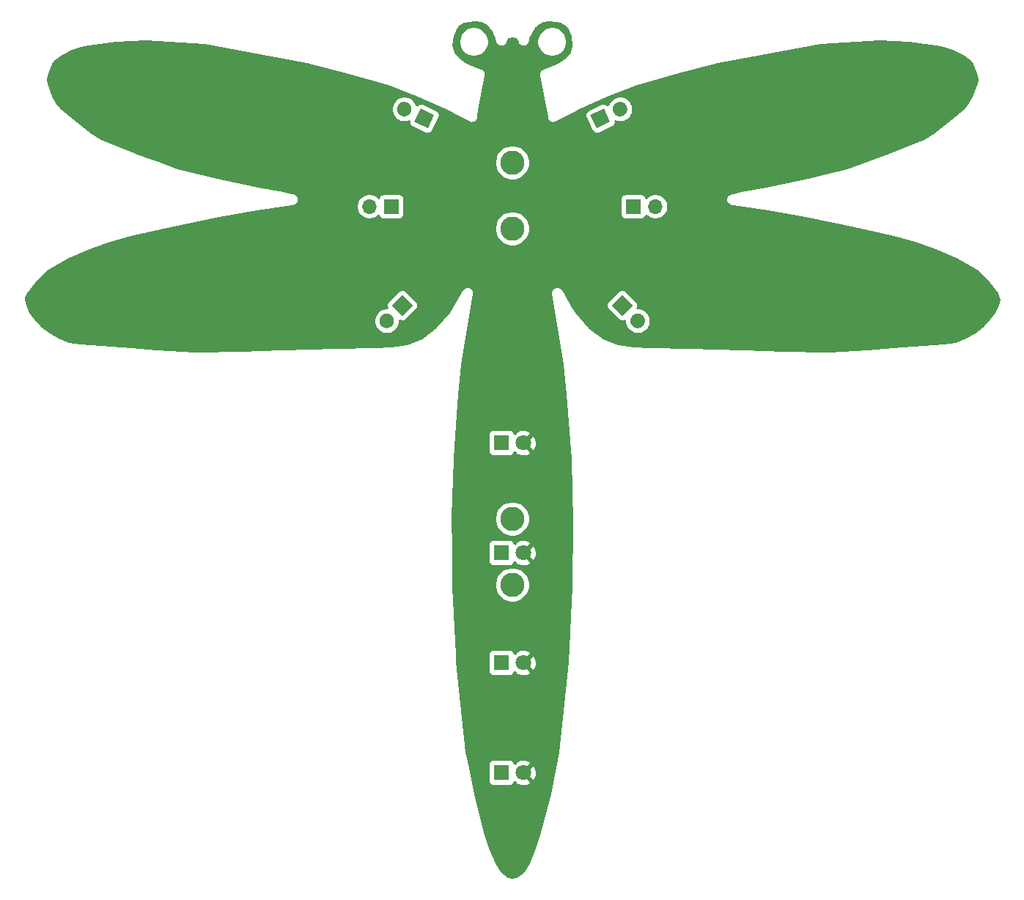
<source format=gbr>
%TF.GenerationSoftware,KiCad,Pcbnew,5.99.0+really5.1.10+dfsg1-1+b1*%
%TF.CreationDate,2021-10-24T20:32:13-05:00*%
%TF.ProjectId,dragonfly,64726167-6f6e-4666-9c79-2e6b69636164,A*%
%TF.SameCoordinates,Original*%
%TF.FileFunction,Copper,L2,Bot*%
%TF.FilePolarity,Positive*%
%FSLAX46Y46*%
G04 Gerber Fmt 4.6, Leading zero omitted, Abs format (unit mm)*
G04 Created by KiCad (PCBNEW 5.99.0+really5.1.10+dfsg1-1+b1) date 2021-10-24 20:32:13*
%MOMM*%
%LPD*%
G01*
G04 APERTURE LIST*
%TA.AperFunction,ComponentPad*%
%ADD10C,2.794000*%
%TD*%
%TA.AperFunction,ComponentPad*%
%ADD11C,1.800000*%
%TD*%
%TA.AperFunction,ComponentPad*%
%ADD12R,1.800000X1.800000*%
%TD*%
%TA.AperFunction,ComponentPad*%
%ADD13C,0.100000*%
%TD*%
%TA.AperFunction,ComponentPad*%
%ADD14O,1.700000X1.700000*%
%TD*%
%TA.AperFunction,ComponentPad*%
%ADD15R,1.700000X1.700000*%
%TD*%
%TA.AperFunction,ViaPad*%
%ADD16C,0.800000*%
%TD*%
%TA.AperFunction,Conductor*%
%ADD17C,0.254000*%
%TD*%
%TA.AperFunction,Conductor*%
%ADD18C,0.100000*%
%TD*%
G04 APERTURE END LIST*
D10*
%TO.P,BT1,2*%
%TO.N,GND*%
X127000000Y-117348000D03*
X127000000Y-109728000D03*
%TO.P,BT1,1*%
%TO.N,Net-(BT1-Pad1)*%
X127000000Y-76200000D03*
X127000000Y-68580000D03*
%TD*%
D11*
%TO.P,D4,2*%
%TO.N,ANODE*%
X128270000Y-139065000D03*
D12*
%TO.P,D4,1*%
%TO.N,GND*%
X125730000Y-139065000D03*
%TD*%
D11*
%TO.P,D3,2*%
%TO.N,ANODE*%
X128270000Y-126365000D03*
D12*
%TO.P,D3,1*%
%TO.N,GND*%
X125730000Y-126365000D03*
%TD*%
D11*
%TO.P,D2,2*%
%TO.N,ANODE*%
X128270000Y-113665000D03*
D12*
%TO.P,D2,1*%
%TO.N,GND*%
X125730000Y-113665000D03*
%TD*%
D11*
%TO.P,D1,2*%
%TO.N,ANODE*%
X128270000Y-100965000D03*
D12*
%TO.P,D1,1*%
%TO.N,GND*%
X125730000Y-100965000D03*
%TD*%
%TO.P,REF\u002A\u002A,2*%
%TO.N,N/C*%
%TA.AperFunction,ComponentPad*%
G36*
G01*
X113104990Y-87487092D02*
X113104990Y-87487092D01*
G75*
G02*
X111902908Y-87487092I-601041J601041D01*
G01*
X111902908Y-87487092D01*
G75*
G02*
X111902908Y-86285010I601041J601041D01*
G01*
X111902908Y-86285010D01*
G75*
G02*
X113104990Y-86285010I601041J-601041D01*
G01*
X113104990Y-86285010D01*
G75*
G02*
X113104990Y-87487092I-601041J-601041D01*
G01*
G37*
%TD.AperFunction*%
%TA.AperFunction,ComponentPad*%
D13*
%TO.P,REF\u002A\u002A,1*%
G36*
X115502082Y-85090000D02*
G01*
X114300000Y-86292082D01*
X113097918Y-85090000D01*
X114300000Y-83887918D01*
X115502082Y-85090000D01*
G37*
%TD.AperFunction*%
%TD*%
D14*
%TO.P,REF\u002A\u002A,2*%
%TO.N,N/C*%
X110490000Y-73660000D03*
D15*
%TO.P,REF\u002A\u002A,1*%
X113030000Y-73660000D03*
%TD*%
%TA.AperFunction,ComponentPad*%
D13*
%TO.P,REF\u002A\u002A,1*%
%TO.N,N/C*%
G36*
X117251136Y-64629587D02*
G01*
X115710413Y-63911136D01*
X116428864Y-62370413D01*
X117969587Y-63088864D01*
X117251136Y-64629587D01*
G37*
%TD.AperFunction*%
%TO.P,REF\u002A\u002A,2*%
%TA.AperFunction,ComponentPad*%
G36*
G01*
X114178752Y-63196912D02*
X114178752Y-63196912D01*
G75*
G02*
X113767616Y-62067324I359226J770362D01*
G01*
X113767616Y-62067324D01*
G75*
G02*
X114897204Y-61656188I770362J-359226D01*
G01*
X114897204Y-61656188D01*
G75*
G02*
X115308340Y-62785776I-359226J-770362D01*
G01*
X115308340Y-62785776D01*
G75*
G02*
X114178752Y-63196912I-770362J359226D01*
G01*
G37*
%TD.AperFunction*%
%TD*%
%TA.AperFunction,ComponentPad*%
%TO.P,REF\u002A\u002A,1*%
%TO.N,N/C*%
G36*
X139700000Y-83887918D02*
G01*
X140902082Y-85090000D01*
X139700000Y-86292082D01*
X138497918Y-85090000D01*
X139700000Y-83887918D01*
G37*
%TD.AperFunction*%
%TO.P,REF\u002A\u002A,2*%
%TA.AperFunction,ComponentPad*%
G36*
G01*
X142097092Y-86285010D02*
X142097092Y-86285010D01*
G75*
G02*
X142097092Y-87487092I-601041J-601041D01*
G01*
X142097092Y-87487092D01*
G75*
G02*
X140895010Y-87487092I-601041J601041D01*
G01*
X140895010Y-87487092D01*
G75*
G02*
X140895010Y-86285010I601041J601041D01*
G01*
X140895010Y-86285010D01*
G75*
G02*
X142097092Y-86285010I601041J-601041D01*
G01*
G37*
%TD.AperFunction*%
%TD*%
D15*
%TO.P,REF\u002A\u002A,1*%
%TO.N,N/C*%
X140970000Y-73660000D03*
D14*
%TO.P,REF\u002A\u002A,2*%
X143510000Y-73660000D03*
%TD*%
%TO.P,REF\u002A\u002A,2*%
%TO.N,N/C*%
%TA.AperFunction,ComponentPad*%
G36*
G01*
X139102796Y-61656188D02*
X139102796Y-61656188D01*
G75*
G02*
X140232384Y-62067324I359226J-770362D01*
G01*
X140232384Y-62067324D01*
G75*
G02*
X139821248Y-63196912I-770362J-359226D01*
G01*
X139821248Y-63196912D01*
G75*
G02*
X138691660Y-62785776I-359226J770362D01*
G01*
X138691660Y-62785776D01*
G75*
G02*
X139102796Y-61656188I770362J359226D01*
G01*
G37*
%TD.AperFunction*%
%TA.AperFunction,ComponentPad*%
D13*
%TO.P,REF\u002A\u002A,1*%
G36*
X136030413Y-63088864D02*
G01*
X137571136Y-62370413D01*
X138289587Y-63911136D01*
X136748864Y-64629587D01*
X136030413Y-63088864D01*
G37*
%TD.AperFunction*%
%TD*%
D16*
%TO.N,ANODE*%
X76200000Y-59055000D03*
X177800000Y-59055000D03*
X179705000Y-84455000D03*
X74295000Y-84455000D03*
X118745000Y-69850000D03*
X135890000Y-69850000D03*
%TD*%
D17*
%TO.N,ANODE*%
X131978368Y-52417327D02*
X132552030Y-52568445D01*
X132985050Y-52796208D01*
X133277565Y-53060886D01*
X133717868Y-53928603D01*
X133818939Y-55060681D01*
X133592870Y-55841251D01*
X133087349Y-56457066D01*
X132395931Y-56943452D01*
X131694453Y-57273217D01*
X130589892Y-57678666D01*
X130542876Y-57692609D01*
X130490110Y-57720393D01*
X130436393Y-57746339D01*
X130426133Y-57754079D01*
X130414767Y-57760064D01*
X130368435Y-57797608D01*
X130320813Y-57833535D01*
X130312261Y-57843127D01*
X130302280Y-57851215D01*
X130264166Y-57897072D01*
X130224464Y-57941604D01*
X130217947Y-57952682D01*
X130209737Y-57962560D01*
X130181296Y-58014983D01*
X130151051Y-58066394D01*
X130146823Y-58078524D01*
X130140694Y-58089820D01*
X130123022Y-58146800D01*
X130103393Y-58203107D01*
X130101612Y-58215829D01*
X130097805Y-58228104D01*
X130091590Y-58287429D01*
X130083322Y-58346492D01*
X130084058Y-58359321D01*
X130082719Y-58372098D01*
X130088196Y-58431489D01*
X130091610Y-58491036D01*
X130103915Y-58538507D01*
X130512392Y-60660951D01*
X130512466Y-60661732D01*
X130519173Y-60696183D01*
X130525889Y-60731080D01*
X130526115Y-60731841D01*
X130849359Y-62392245D01*
X130966991Y-63312015D01*
X130966648Y-63330875D01*
X130976158Y-63383690D01*
X130978362Y-63400924D01*
X130982551Y-63419194D01*
X130992305Y-63473366D01*
X130998702Y-63489641D01*
X131002609Y-63506682D01*
X131025133Y-63556887D01*
X131045268Y-63608113D01*
X131054718Y-63622828D01*
X131061874Y-63638779D01*
X131093758Y-63683623D01*
X131123501Y-63729939D01*
X131135639Y-63742527D01*
X131145771Y-63756777D01*
X131185801Y-63794548D01*
X131223998Y-63834161D01*
X131238354Y-63844136D01*
X131251075Y-63856139D01*
X131297713Y-63885380D01*
X131342897Y-63916775D01*
X131358924Y-63923758D01*
X131373741Y-63933048D01*
X131425178Y-63952625D01*
X131475628Y-63974606D01*
X131492714Y-63978329D01*
X131509054Y-63984548D01*
X131563305Y-63993711D01*
X131617091Y-64005431D01*
X131634580Y-64005749D01*
X131651814Y-64008660D01*
X131706803Y-64007063D01*
X131761848Y-64008065D01*
X131779063Y-64004965D01*
X131796535Y-64004458D01*
X131850156Y-63992164D01*
X131904339Y-63982408D01*
X131920618Y-63976009D01*
X131937656Y-63972103D01*
X131987865Y-63949577D01*
X132005321Y-63942716D01*
X132020796Y-63934803D01*
X132069753Y-63912839D01*
X132085126Y-63901909D01*
X133620729Y-63116696D01*
X135392948Y-63116696D01*
X135410627Y-63240525D01*
X135452123Y-63358525D01*
X136170574Y-64899248D01*
X136234294Y-65006885D01*
X136317789Y-65100023D01*
X136417849Y-65175082D01*
X136530631Y-65229179D01*
X136651798Y-65260233D01*
X136776696Y-65267052D01*
X136900525Y-65249373D01*
X137018525Y-65207877D01*
X138559248Y-64489426D01*
X138666885Y-64425706D01*
X138760023Y-64342211D01*
X138835082Y-64242151D01*
X138889179Y-64129369D01*
X138920233Y-64008202D01*
X138927052Y-63883304D01*
X138916279Y-63807848D01*
X139028864Y-63854482D01*
X139315762Y-63911550D01*
X139608282Y-63911550D01*
X139895180Y-63854482D01*
X140165433Y-63742540D01*
X140408654Y-63580025D01*
X140615497Y-63373182D01*
X140778012Y-63129961D01*
X140889954Y-62859708D01*
X140947022Y-62572810D01*
X140947022Y-62280290D01*
X140889954Y-61993392D01*
X140778012Y-61723139D01*
X140615497Y-61479918D01*
X140408654Y-61273075D01*
X140165433Y-61110560D01*
X139895180Y-60998618D01*
X139608282Y-60941550D01*
X139315762Y-60941550D01*
X139028864Y-60998618D01*
X138758611Y-61110560D01*
X138515390Y-61273075D01*
X138308547Y-61479918D01*
X138146032Y-61723139D01*
X138050481Y-61953821D01*
X138002211Y-61899977D01*
X137902151Y-61824918D01*
X137789369Y-61770821D01*
X137668202Y-61739767D01*
X137543304Y-61732948D01*
X137419475Y-61750627D01*
X137301475Y-61792123D01*
X135760752Y-62510574D01*
X135653115Y-62574294D01*
X135559977Y-62657789D01*
X135484918Y-62757849D01*
X135430821Y-62870631D01*
X135399767Y-62991798D01*
X135392948Y-63116696D01*
X133620729Y-63116696D01*
X134890270Y-62467531D01*
X138128161Y-61002960D01*
X141420045Y-59701161D01*
X146171804Y-58353225D01*
X150772790Y-57160957D01*
X162578604Y-54989785D01*
X169424508Y-54522763D01*
X172786990Y-54706269D01*
X176490576Y-55246954D01*
X177848018Y-55687813D01*
X179007834Y-56276008D01*
X179815383Y-56843021D01*
X180115044Y-57173473D01*
X180535573Y-58318302D01*
X180662415Y-58979234D01*
X180613652Y-59452861D01*
X180056837Y-60902407D01*
X179632640Y-61700604D01*
X179066582Y-62354567D01*
X176870907Y-64155591D01*
X175582898Y-65123513D01*
X174518105Y-65789537D01*
X170056667Y-67564535D01*
X165640427Y-69202258D01*
X161148857Y-70276060D01*
X156339000Y-71330937D01*
X153471140Y-71864071D01*
X152484723Y-72045732D01*
X152437096Y-72051265D01*
X152379297Y-72069907D01*
X152320925Y-72086711D01*
X152278318Y-72108712D01*
X152174171Y-72154000D01*
X152149112Y-72161325D01*
X152107934Y-72182803D01*
X152098619Y-72186853D01*
X152075940Y-72199490D01*
X152020741Y-72228280D01*
X152012771Y-72234687D01*
X152003837Y-72239665D01*
X151956413Y-72279992D01*
X151907899Y-72318992D01*
X151901332Y-72326831D01*
X151893541Y-72333456D01*
X151854896Y-72382261D01*
X151814923Y-72429975D01*
X151810012Y-72438944D01*
X151803662Y-72446963D01*
X151775280Y-72502372D01*
X151745385Y-72556965D01*
X151742317Y-72566721D01*
X151737655Y-72575823D01*
X151720632Y-72635686D01*
X151701957Y-72695080D01*
X151700851Y-72705250D01*
X151698055Y-72715084D01*
X151693038Y-72777120D01*
X151686309Y-72839014D01*
X151687208Y-72849201D01*
X151686384Y-72859395D01*
X151693567Y-72921226D01*
X151699042Y-72983235D01*
X151701912Y-72993052D01*
X151703092Y-73003210D01*
X151722198Y-73062446D01*
X151739666Y-73122201D01*
X151744396Y-73131270D01*
X151747535Y-73141002D01*
X151777834Y-73195380D01*
X151806621Y-73250572D01*
X151813028Y-73258542D01*
X151818006Y-73267476D01*
X151858333Y-73314900D01*
X151897333Y-73363414D01*
X151905172Y-73369981D01*
X151911797Y-73377772D01*
X151960602Y-73416417D01*
X152008316Y-73456390D01*
X152017285Y-73461301D01*
X152025304Y-73467651D01*
X152080706Y-73496030D01*
X152103484Y-73508503D01*
X152112834Y-73512487D01*
X152154164Y-73533658D01*
X152179273Y-73540798D01*
X152268379Y-73578768D01*
X152323307Y-73604288D01*
X152370058Y-73615659D01*
X152415950Y-73630089D01*
X152476154Y-73636635D01*
X156534900Y-74210346D01*
X160833565Y-74944666D01*
X166115098Y-76085938D01*
X171084507Y-77163470D01*
X173478460Y-77827731D01*
X175856144Y-78660827D01*
X178241199Y-79724160D01*
X180606235Y-81050525D01*
X182039884Y-82462333D01*
X182974517Y-83689176D01*
X183191343Y-84151653D01*
X183225163Y-84453846D01*
X183051725Y-85068611D01*
X182665647Y-85846610D01*
X182088223Y-86667257D01*
X181334272Y-87468660D01*
X180419942Y-88196166D01*
X179360951Y-88799967D01*
X178170656Y-89234091D01*
X176822154Y-89460592D01*
X172080461Y-89795556D01*
X172074085Y-89795490D01*
X172044452Y-89798100D01*
X172014791Y-89800195D01*
X172008507Y-89801265D01*
X168016663Y-90152813D01*
X163711858Y-90366620D01*
X158029877Y-90287597D01*
X156395133Y-90170588D01*
X156374229Y-90168228D01*
X156359174Y-90168014D01*
X156344131Y-90166937D01*
X156323070Y-90167500D01*
X153527223Y-90127711D01*
X147476083Y-89936287D01*
X147466786Y-89935313D01*
X147440037Y-89935147D01*
X147413269Y-89934300D01*
X147403931Y-89934922D01*
X142974430Y-89907399D01*
X140993546Y-89814124D01*
X139184328Y-89497473D01*
X137512584Y-88839317D01*
X135922973Y-87702694D01*
X134371361Y-85918964D01*
X133885300Y-85090000D01*
X137859846Y-85090000D01*
X137872106Y-85214482D01*
X137908416Y-85334180D01*
X137967381Y-85444494D01*
X138046733Y-85541185D01*
X139248815Y-86743267D01*
X139345506Y-86822619D01*
X139455820Y-86881584D01*
X139575518Y-86917894D01*
X139700000Y-86930154D01*
X139824482Y-86917894D01*
X139944180Y-86881584D01*
X140011051Y-86845840D01*
X140011051Y-87032311D01*
X140068119Y-87319209D01*
X140180061Y-87589462D01*
X140342576Y-87832683D01*
X140549419Y-88039526D01*
X140792640Y-88202041D01*
X141062893Y-88313983D01*
X141349791Y-88371051D01*
X141642311Y-88371051D01*
X141929209Y-88313983D01*
X142199462Y-88202041D01*
X142442683Y-88039526D01*
X142649526Y-87832683D01*
X142812041Y-87589462D01*
X142923983Y-87319209D01*
X142981051Y-87032311D01*
X142981051Y-86739791D01*
X142923983Y-86452893D01*
X142812041Y-86182640D01*
X142649526Y-85939419D01*
X142442683Y-85732576D01*
X142199462Y-85570061D01*
X141929209Y-85458119D01*
X141642311Y-85401051D01*
X141455840Y-85401051D01*
X141491584Y-85334180D01*
X141527894Y-85214482D01*
X141540154Y-85090000D01*
X141527894Y-84965518D01*
X141491584Y-84845820D01*
X141432619Y-84735506D01*
X141353267Y-84638815D01*
X140151185Y-83436733D01*
X140054494Y-83357381D01*
X139944180Y-83298416D01*
X139824482Y-83262106D01*
X139700000Y-83249846D01*
X139575518Y-83262106D01*
X139455820Y-83298416D01*
X139345506Y-83357381D01*
X139248815Y-83436733D01*
X138046733Y-84638815D01*
X137967381Y-84735506D01*
X137908416Y-84845820D01*
X137872106Y-84965518D01*
X137859846Y-85090000D01*
X133885300Y-85090000D01*
X132835450Y-83299512D01*
X132815139Y-83258340D01*
X132776917Y-83208544D01*
X132740006Y-83157759D01*
X132732884Y-83151178D01*
X132726983Y-83143490D01*
X132679777Y-83102104D01*
X132633671Y-83059500D01*
X132625406Y-83054437D01*
X132618115Y-83048045D01*
X132563732Y-83016658D01*
X132510211Y-82983873D01*
X132501117Y-82980520D01*
X132492719Y-82975673D01*
X132433268Y-82955503D01*
X132374368Y-82933785D01*
X132364791Y-82932270D01*
X132355613Y-82929156D01*
X132293373Y-82920972D01*
X132231365Y-82911162D01*
X132221680Y-82911544D01*
X132212066Y-82910280D01*
X132149431Y-82914395D01*
X132086695Y-82916871D01*
X132077265Y-82919137D01*
X132067597Y-82919772D01*
X132006987Y-82936022D01*
X131945920Y-82950695D01*
X131937114Y-82954756D01*
X131927754Y-82957266D01*
X131871463Y-82985036D01*
X131814447Y-83011333D01*
X131806606Y-83017032D01*
X131797912Y-83021321D01*
X131748120Y-83059540D01*
X131697331Y-83096454D01*
X131690750Y-83103576D01*
X131683062Y-83109477D01*
X131641676Y-83156683D01*
X131599072Y-83202789D01*
X131594009Y-83211054D01*
X131587617Y-83218345D01*
X131556230Y-83272728D01*
X131523445Y-83326249D01*
X131520092Y-83335343D01*
X131515245Y-83343741D01*
X131495075Y-83403192D01*
X131473357Y-83462092D01*
X131471842Y-83471669D01*
X131468728Y-83480847D01*
X131460544Y-83543087D01*
X131450734Y-83605095D01*
X131451116Y-83614780D01*
X131449852Y-83624394D01*
X131453968Y-83687040D01*
X131456443Y-83749765D01*
X131467168Y-83794404D01*
X132812907Y-91937607D01*
X133150382Y-95349598D01*
X133697171Y-102806570D01*
X133906639Y-110105231D01*
X133828066Y-117512826D01*
X133415790Y-126300843D01*
X132313694Y-136714678D01*
X131341600Y-141504324D01*
X130102736Y-146259170D01*
X129585730Y-147795348D01*
X128856262Y-149504924D01*
X128426561Y-150211728D01*
X127956172Y-150753008D01*
X127479817Y-151075325D01*
X127006253Y-151185482D01*
X126532687Y-151075324D01*
X126056334Y-150753010D01*
X125585945Y-150211730D01*
X125156243Y-149504923D01*
X124426786Y-147795366D01*
X123909774Y-146259161D01*
X122670924Y-141504349D01*
X121993170Y-138165000D01*
X124191928Y-138165000D01*
X124191928Y-139965000D01*
X124204188Y-140089482D01*
X124240498Y-140209180D01*
X124299463Y-140319494D01*
X124378815Y-140416185D01*
X124475506Y-140495537D01*
X124585820Y-140554502D01*
X124705518Y-140590812D01*
X124830000Y-140603072D01*
X126630000Y-140603072D01*
X126754482Y-140590812D01*
X126874180Y-140554502D01*
X126984494Y-140495537D01*
X127081185Y-140416185D01*
X127160537Y-140319494D01*
X127219502Y-140209180D01*
X127222813Y-140198265D01*
X127269578Y-140245030D01*
X127385526Y-140129082D01*
X127469208Y-140383261D01*
X127741775Y-140514158D01*
X128034642Y-140589365D01*
X128336553Y-140605991D01*
X128635907Y-140563397D01*
X128921199Y-140463222D01*
X129070792Y-140383261D01*
X129154475Y-140129080D01*
X128270000Y-139244605D01*
X128255858Y-139258748D01*
X128076253Y-139079143D01*
X128090395Y-139065000D01*
X128449605Y-139065000D01*
X129334080Y-139949475D01*
X129588261Y-139865792D01*
X129719158Y-139593225D01*
X129794365Y-139300358D01*
X129810991Y-138998447D01*
X129768397Y-138699093D01*
X129668222Y-138413801D01*
X129588261Y-138264208D01*
X129334080Y-138180525D01*
X128449605Y-139065000D01*
X128090395Y-139065000D01*
X128076253Y-139050858D01*
X128255858Y-138871253D01*
X128270000Y-138885395D01*
X129154475Y-138000920D01*
X129070792Y-137746739D01*
X128798225Y-137615842D01*
X128505358Y-137540635D01*
X128203447Y-137524009D01*
X127904093Y-137566603D01*
X127618801Y-137666778D01*
X127469208Y-137746739D01*
X127385526Y-138000918D01*
X127269578Y-137884970D01*
X127222813Y-137931735D01*
X127219502Y-137920820D01*
X127160537Y-137810506D01*
X127081185Y-137713815D01*
X126984494Y-137634463D01*
X126874180Y-137575498D01*
X126754482Y-137539188D01*
X126630000Y-137526928D01*
X124830000Y-137526928D01*
X124705518Y-137539188D01*
X124585820Y-137575498D01*
X124475506Y-137634463D01*
X124378815Y-137713815D01*
X124299463Y-137810506D01*
X124240498Y-137920820D01*
X124204188Y-138040518D01*
X124191928Y-138165000D01*
X121993170Y-138165000D01*
X121698813Y-136714684D01*
X120596726Y-126300862D01*
X120557513Y-125465000D01*
X124191928Y-125465000D01*
X124191928Y-127265000D01*
X124204188Y-127389482D01*
X124240498Y-127509180D01*
X124299463Y-127619494D01*
X124378815Y-127716185D01*
X124475506Y-127795537D01*
X124585820Y-127854502D01*
X124705518Y-127890812D01*
X124830000Y-127903072D01*
X126630000Y-127903072D01*
X126754482Y-127890812D01*
X126874180Y-127854502D01*
X126984494Y-127795537D01*
X127081185Y-127716185D01*
X127160537Y-127619494D01*
X127219502Y-127509180D01*
X127222813Y-127498265D01*
X127269578Y-127545030D01*
X127385526Y-127429082D01*
X127469208Y-127683261D01*
X127741775Y-127814158D01*
X128034642Y-127889365D01*
X128336553Y-127905991D01*
X128635907Y-127863397D01*
X128921199Y-127763222D01*
X129070792Y-127683261D01*
X129154475Y-127429080D01*
X128270000Y-126544605D01*
X128255858Y-126558748D01*
X128076253Y-126379143D01*
X128090395Y-126365000D01*
X128449605Y-126365000D01*
X129334080Y-127249475D01*
X129588261Y-127165792D01*
X129719158Y-126893225D01*
X129794365Y-126600358D01*
X129810991Y-126298447D01*
X129768397Y-125999093D01*
X129668222Y-125713801D01*
X129588261Y-125564208D01*
X129334080Y-125480525D01*
X128449605Y-126365000D01*
X128090395Y-126365000D01*
X128076253Y-126350858D01*
X128255858Y-126171253D01*
X128270000Y-126185395D01*
X129154475Y-125300920D01*
X129070792Y-125046739D01*
X128798225Y-124915842D01*
X128505358Y-124840635D01*
X128203447Y-124824009D01*
X127904093Y-124866603D01*
X127618801Y-124966778D01*
X127469208Y-125046739D01*
X127385526Y-125300918D01*
X127269578Y-125184970D01*
X127222813Y-125231735D01*
X127219502Y-125220820D01*
X127160537Y-125110506D01*
X127081185Y-125013815D01*
X126984494Y-124934463D01*
X126874180Y-124875498D01*
X126754482Y-124839188D01*
X126630000Y-124826928D01*
X124830000Y-124826928D01*
X124705518Y-124839188D01*
X124585820Y-124875498D01*
X124475506Y-124934463D01*
X124378815Y-125013815D01*
X124299463Y-125110506D01*
X124240498Y-125220820D01*
X124204188Y-125340518D01*
X124191928Y-125465000D01*
X120557513Y-125465000D01*
X120184451Y-117512833D01*
X120180573Y-117147865D01*
X124968000Y-117147865D01*
X124968000Y-117548135D01*
X125046089Y-117940713D01*
X125199265Y-118310513D01*
X125421643Y-118643325D01*
X125704675Y-118926357D01*
X126037487Y-119148735D01*
X126407287Y-119301911D01*
X126799865Y-119380000D01*
X127200135Y-119380000D01*
X127592713Y-119301911D01*
X127962513Y-119148735D01*
X128295325Y-118926357D01*
X128578357Y-118643325D01*
X128800735Y-118310513D01*
X128953911Y-117940713D01*
X129032000Y-117548135D01*
X129032000Y-117147865D01*
X128953911Y-116755287D01*
X128800735Y-116385487D01*
X128578357Y-116052675D01*
X128295325Y-115769643D01*
X127962513Y-115547265D01*
X127592713Y-115394089D01*
X127200135Y-115316000D01*
X126799865Y-115316000D01*
X126407287Y-115394089D01*
X126037487Y-115547265D01*
X125704675Y-115769643D01*
X125421643Y-116052675D01*
X125199265Y-116385487D01*
X125046089Y-116755287D01*
X124968000Y-117147865D01*
X120180573Y-117147865D01*
X120133999Y-112765000D01*
X124191928Y-112765000D01*
X124191928Y-114565000D01*
X124204188Y-114689482D01*
X124240498Y-114809180D01*
X124299463Y-114919494D01*
X124378815Y-115016185D01*
X124475506Y-115095537D01*
X124585820Y-115154502D01*
X124705518Y-115190812D01*
X124830000Y-115203072D01*
X126630000Y-115203072D01*
X126754482Y-115190812D01*
X126874180Y-115154502D01*
X126984494Y-115095537D01*
X127081185Y-115016185D01*
X127160537Y-114919494D01*
X127219502Y-114809180D01*
X127222813Y-114798265D01*
X127269578Y-114845030D01*
X127385526Y-114729082D01*
X127469208Y-114983261D01*
X127741775Y-115114158D01*
X128034642Y-115189365D01*
X128336553Y-115205991D01*
X128635907Y-115163397D01*
X128921199Y-115063222D01*
X129070792Y-114983261D01*
X129154475Y-114729080D01*
X128270000Y-113844605D01*
X128255858Y-113858748D01*
X128076253Y-113679143D01*
X128090395Y-113665000D01*
X128449605Y-113665000D01*
X129334080Y-114549475D01*
X129588261Y-114465792D01*
X129719158Y-114193225D01*
X129794365Y-113900358D01*
X129810991Y-113598447D01*
X129768397Y-113299093D01*
X129668222Y-113013801D01*
X129588261Y-112864208D01*
X129334080Y-112780525D01*
X128449605Y-113665000D01*
X128090395Y-113665000D01*
X128076253Y-113650858D01*
X128255858Y-113471253D01*
X128270000Y-113485395D01*
X129154475Y-112600920D01*
X129070792Y-112346739D01*
X128798225Y-112215842D01*
X128505358Y-112140635D01*
X128203447Y-112124009D01*
X127904093Y-112166603D01*
X127618801Y-112266778D01*
X127469208Y-112346739D01*
X127385526Y-112600918D01*
X127269578Y-112484970D01*
X127222813Y-112531735D01*
X127219502Y-112520820D01*
X127160537Y-112410506D01*
X127081185Y-112313815D01*
X126984494Y-112234463D01*
X126874180Y-112175498D01*
X126754482Y-112139188D01*
X126630000Y-112126928D01*
X124830000Y-112126928D01*
X124705518Y-112139188D01*
X124585820Y-112175498D01*
X124475506Y-112234463D01*
X124378815Y-112313815D01*
X124299463Y-112410506D01*
X124240498Y-112520820D01*
X124204188Y-112640518D01*
X124191928Y-112765000D01*
X120133999Y-112765000D01*
X120105735Y-110105219D01*
X120122305Y-109527865D01*
X124968000Y-109527865D01*
X124968000Y-109928135D01*
X125046089Y-110320713D01*
X125199265Y-110690513D01*
X125421643Y-111023325D01*
X125704675Y-111306357D01*
X126037487Y-111528735D01*
X126407287Y-111681911D01*
X126799865Y-111760000D01*
X127200135Y-111760000D01*
X127592713Y-111681911D01*
X127962513Y-111528735D01*
X128295325Y-111306357D01*
X128578357Y-111023325D01*
X128800735Y-110690513D01*
X128953911Y-110320713D01*
X129032000Y-109928135D01*
X129032000Y-109527865D01*
X128953911Y-109135287D01*
X128800735Y-108765487D01*
X128578357Y-108432675D01*
X128295325Y-108149643D01*
X127962513Y-107927265D01*
X127592713Y-107774089D01*
X127200135Y-107696000D01*
X126799865Y-107696000D01*
X126407287Y-107774089D01*
X126037487Y-107927265D01*
X125704675Y-108149643D01*
X125421643Y-108432675D01*
X125199265Y-108765487D01*
X125046089Y-109135287D01*
X124968000Y-109527865D01*
X120122305Y-109527865D01*
X120315207Y-102806581D01*
X120516235Y-100065000D01*
X124191928Y-100065000D01*
X124191928Y-101865000D01*
X124204188Y-101989482D01*
X124240498Y-102109180D01*
X124299463Y-102219494D01*
X124378815Y-102316185D01*
X124475506Y-102395537D01*
X124585820Y-102454502D01*
X124705518Y-102490812D01*
X124830000Y-102503072D01*
X126630000Y-102503072D01*
X126754482Y-102490812D01*
X126874180Y-102454502D01*
X126984494Y-102395537D01*
X127081185Y-102316185D01*
X127160537Y-102219494D01*
X127219502Y-102109180D01*
X127222813Y-102098265D01*
X127269578Y-102145030D01*
X127385526Y-102029082D01*
X127469208Y-102283261D01*
X127741775Y-102414158D01*
X128034642Y-102489365D01*
X128336553Y-102505991D01*
X128635907Y-102463397D01*
X128921199Y-102363222D01*
X129070792Y-102283261D01*
X129154475Y-102029080D01*
X128270000Y-101144605D01*
X128255858Y-101158748D01*
X128076253Y-100979143D01*
X128090395Y-100965000D01*
X128449605Y-100965000D01*
X129334080Y-101849475D01*
X129588261Y-101765792D01*
X129719158Y-101493225D01*
X129794365Y-101200358D01*
X129810991Y-100898447D01*
X129768397Y-100599093D01*
X129668222Y-100313801D01*
X129588261Y-100164208D01*
X129334080Y-100080525D01*
X128449605Y-100965000D01*
X128090395Y-100965000D01*
X128076253Y-100950858D01*
X128255858Y-100771253D01*
X128270000Y-100785395D01*
X129154475Y-99900920D01*
X129070792Y-99646739D01*
X128798225Y-99515842D01*
X128505358Y-99440635D01*
X128203447Y-99424009D01*
X127904093Y-99466603D01*
X127618801Y-99566778D01*
X127469208Y-99646739D01*
X127385526Y-99900918D01*
X127269578Y-99784970D01*
X127222813Y-99831735D01*
X127219502Y-99820820D01*
X127160537Y-99710506D01*
X127081185Y-99613815D01*
X126984494Y-99534463D01*
X126874180Y-99475498D01*
X126754482Y-99439188D01*
X126630000Y-99426928D01*
X124830000Y-99426928D01*
X124705518Y-99439188D01*
X124585820Y-99475498D01*
X124475506Y-99534463D01*
X124378815Y-99613815D01*
X124299463Y-99710506D01*
X124240498Y-99820820D01*
X124204188Y-99940518D01*
X124191928Y-100065000D01*
X120516235Y-100065000D01*
X120861998Y-95349584D01*
X121199486Y-91937593D01*
X122545202Y-83794412D01*
X122555927Y-83749774D01*
X122558403Y-83687032D01*
X122562518Y-83624402D01*
X122561255Y-83614794D01*
X122561637Y-83605104D01*
X122551824Y-83543075D01*
X122543642Y-83480856D01*
X122540528Y-83471679D01*
X122539013Y-83462100D01*
X122517288Y-83403181D01*
X122497124Y-83343749D01*
X122492279Y-83335354D01*
X122488925Y-83326258D01*
X122456123Y-83272708D01*
X122424752Y-83218354D01*
X122418365Y-83211068D01*
X122413298Y-83202797D01*
X122370672Y-83156669D01*
X122329307Y-83109486D01*
X122321620Y-83103585D01*
X122315038Y-83096463D01*
X122264238Y-83059541D01*
X122214456Y-83021330D01*
X122205765Y-83017043D01*
X122197922Y-83011342D01*
X122140900Y-82985042D01*
X122084615Y-82957275D01*
X122075255Y-82954766D01*
X122066449Y-82950704D01*
X122005381Y-82936032D01*
X121944772Y-82919782D01*
X121935103Y-82919147D01*
X121925673Y-82916881D01*
X121862921Y-82914404D01*
X121800301Y-82910290D01*
X121790693Y-82911553D01*
X121781003Y-82911171D01*
X121718979Y-82920984D01*
X121656754Y-82929166D01*
X121647576Y-82932280D01*
X121638000Y-82933795D01*
X121579097Y-82955514D01*
X121519648Y-82975684D01*
X121511252Y-82980530D01*
X121502158Y-82983883D01*
X121448618Y-83016680D01*
X121394252Y-83048057D01*
X121386966Y-83054445D01*
X121378697Y-83059510D01*
X121332586Y-83102120D01*
X121285385Y-83143501D01*
X121279482Y-83151192D01*
X121272363Y-83157770D01*
X121235452Y-83208555D01*
X121197229Y-83258352D01*
X121176919Y-83299521D01*
X119641021Y-85918965D01*
X118089410Y-87702702D01*
X116499799Y-88839326D01*
X114828059Y-89497482D01*
X113018833Y-89814134D01*
X111037948Y-89907409D01*
X106608439Y-89934932D01*
X106599101Y-89934310D01*
X106572333Y-89935157D01*
X106545583Y-89935323D01*
X106536285Y-89936297D01*
X100485151Y-90127721D01*
X97689304Y-90167510D01*
X97668243Y-90166947D01*
X97653200Y-90168024D01*
X97638144Y-90168238D01*
X97617239Y-90170598D01*
X95982493Y-90287607D01*
X90300517Y-90366631D01*
X85995728Y-90152836D01*
X82003859Y-89801304D01*
X81997578Y-89800234D01*
X81967925Y-89798139D01*
X81938283Y-89795529D01*
X81931905Y-89795595D01*
X77190225Y-89460646D01*
X75841714Y-89234122D01*
X74651417Y-88799987D01*
X73592418Y-88196177D01*
X72678088Y-87468673D01*
X71992361Y-86739791D01*
X111018949Y-86739791D01*
X111018949Y-87032311D01*
X111076017Y-87319209D01*
X111187959Y-87589462D01*
X111350474Y-87832683D01*
X111557317Y-88039526D01*
X111800538Y-88202041D01*
X112070791Y-88313983D01*
X112357689Y-88371051D01*
X112650209Y-88371051D01*
X112937107Y-88313983D01*
X113207360Y-88202041D01*
X113450581Y-88039526D01*
X113657424Y-87832683D01*
X113819939Y-87589462D01*
X113931881Y-87319209D01*
X113988949Y-87032311D01*
X113988949Y-86845840D01*
X114055820Y-86881584D01*
X114175518Y-86917894D01*
X114300000Y-86930154D01*
X114424482Y-86917894D01*
X114544180Y-86881584D01*
X114654494Y-86822619D01*
X114751185Y-86743267D01*
X115953267Y-85541185D01*
X116032619Y-85444494D01*
X116091584Y-85334180D01*
X116127894Y-85214482D01*
X116140154Y-85090000D01*
X116127894Y-84965518D01*
X116091584Y-84845820D01*
X116032619Y-84735506D01*
X115953267Y-84638815D01*
X114751185Y-83436733D01*
X114654494Y-83357381D01*
X114544180Y-83298416D01*
X114424482Y-83262106D01*
X114300000Y-83249846D01*
X114175518Y-83262106D01*
X114055820Y-83298416D01*
X113945506Y-83357381D01*
X113848815Y-83436733D01*
X112646733Y-84638815D01*
X112567381Y-84735506D01*
X112508416Y-84845820D01*
X112472106Y-84965518D01*
X112459846Y-85090000D01*
X112472106Y-85214482D01*
X112508416Y-85334180D01*
X112544160Y-85401051D01*
X112357689Y-85401051D01*
X112070791Y-85458119D01*
X111800538Y-85570061D01*
X111557317Y-85732576D01*
X111350474Y-85939419D01*
X111187959Y-86182640D01*
X111076017Y-86452893D01*
X111018949Y-86739791D01*
X71992361Y-86739791D01*
X71924132Y-86667269D01*
X71346709Y-85846633D01*
X70960625Y-85068630D01*
X70787186Y-84453868D01*
X70821005Y-84151677D01*
X71037834Y-83689194D01*
X71972469Y-82462349D01*
X73406116Y-81050547D01*
X75771162Y-79724178D01*
X78156214Y-78660848D01*
X80533906Y-77827750D01*
X82927839Y-77163494D01*
X87899146Y-76085552D01*
X88295685Y-75999865D01*
X124968000Y-75999865D01*
X124968000Y-76400135D01*
X125046089Y-76792713D01*
X125199265Y-77162513D01*
X125421643Y-77495325D01*
X125704675Y-77778357D01*
X126037487Y-78000735D01*
X126407287Y-78153911D01*
X126799865Y-78232000D01*
X127200135Y-78232000D01*
X127592713Y-78153911D01*
X127962513Y-78000735D01*
X128295325Y-77778357D01*
X128578357Y-77495325D01*
X128800735Y-77162513D01*
X128953911Y-76792713D01*
X129032000Y-76400135D01*
X129032000Y-75999865D01*
X128953911Y-75607287D01*
X128800735Y-75237487D01*
X128578357Y-74904675D01*
X128295325Y-74621643D01*
X127962513Y-74399265D01*
X127592713Y-74246089D01*
X127200135Y-74168000D01*
X126799865Y-74168000D01*
X126407287Y-74246089D01*
X126037487Y-74399265D01*
X125704675Y-74621643D01*
X125421643Y-74904675D01*
X125199265Y-75237487D01*
X125046089Y-75607287D01*
X124968000Y-75999865D01*
X88295685Y-75999865D01*
X93178809Y-74944686D01*
X97477491Y-74210365D01*
X101536184Y-73636660D01*
X101596408Y-73630112D01*
X101642303Y-73615681D01*
X101689042Y-73604312D01*
X101743977Y-73578789D01*
X101833076Y-73540820D01*
X101858186Y-73533680D01*
X101897111Y-73513740D01*
X109005000Y-73513740D01*
X109005000Y-73806260D01*
X109062068Y-74093158D01*
X109174010Y-74363411D01*
X109336525Y-74606632D01*
X109543368Y-74813475D01*
X109786589Y-74975990D01*
X110056842Y-75087932D01*
X110343740Y-75145000D01*
X110636260Y-75145000D01*
X110923158Y-75087932D01*
X111193411Y-74975990D01*
X111436632Y-74813475D01*
X111568487Y-74681620D01*
X111590498Y-74754180D01*
X111649463Y-74864494D01*
X111728815Y-74961185D01*
X111825506Y-75040537D01*
X111935820Y-75099502D01*
X112055518Y-75135812D01*
X112180000Y-75148072D01*
X113880000Y-75148072D01*
X114004482Y-75135812D01*
X114124180Y-75099502D01*
X114234494Y-75040537D01*
X114331185Y-74961185D01*
X114410537Y-74864494D01*
X114469502Y-74754180D01*
X114505812Y-74634482D01*
X114518072Y-74510000D01*
X114518072Y-72810000D01*
X139481928Y-72810000D01*
X139481928Y-74510000D01*
X139494188Y-74634482D01*
X139530498Y-74754180D01*
X139589463Y-74864494D01*
X139668815Y-74961185D01*
X139765506Y-75040537D01*
X139875820Y-75099502D01*
X139995518Y-75135812D01*
X140120000Y-75148072D01*
X141820000Y-75148072D01*
X141944482Y-75135812D01*
X142064180Y-75099502D01*
X142174494Y-75040537D01*
X142271185Y-74961185D01*
X142350537Y-74864494D01*
X142409502Y-74754180D01*
X142431513Y-74681620D01*
X142563368Y-74813475D01*
X142806589Y-74975990D01*
X143076842Y-75087932D01*
X143363740Y-75145000D01*
X143656260Y-75145000D01*
X143943158Y-75087932D01*
X144213411Y-74975990D01*
X144456632Y-74813475D01*
X144663475Y-74606632D01*
X144825990Y-74363411D01*
X144937932Y-74093158D01*
X144995000Y-73806260D01*
X144995000Y-73513740D01*
X144937932Y-73226842D01*
X144825990Y-72956589D01*
X144663475Y-72713368D01*
X144456632Y-72506525D01*
X144213411Y-72344010D01*
X143943158Y-72232068D01*
X143656260Y-72175000D01*
X143363740Y-72175000D01*
X143076842Y-72232068D01*
X142806589Y-72344010D01*
X142563368Y-72506525D01*
X142431513Y-72638380D01*
X142409502Y-72565820D01*
X142350537Y-72455506D01*
X142271185Y-72358815D01*
X142174494Y-72279463D01*
X142064180Y-72220498D01*
X141944482Y-72184188D01*
X141820000Y-72171928D01*
X140120000Y-72171928D01*
X139995518Y-72184188D01*
X139875820Y-72220498D01*
X139765506Y-72279463D01*
X139668815Y-72358815D01*
X139589463Y-72455506D01*
X139530498Y-72565820D01*
X139494188Y-72685518D01*
X139481928Y-72810000D01*
X114518072Y-72810000D01*
X114505812Y-72685518D01*
X114469502Y-72565820D01*
X114410537Y-72455506D01*
X114331185Y-72358815D01*
X114234494Y-72279463D01*
X114124180Y-72220498D01*
X114004482Y-72184188D01*
X113880000Y-72171928D01*
X112180000Y-72171928D01*
X112055518Y-72184188D01*
X111935820Y-72220498D01*
X111825506Y-72279463D01*
X111728815Y-72358815D01*
X111649463Y-72455506D01*
X111590498Y-72565820D01*
X111568487Y-72638380D01*
X111436632Y-72506525D01*
X111193411Y-72344010D01*
X110923158Y-72232068D01*
X110636260Y-72175000D01*
X110343740Y-72175000D01*
X110056842Y-72232068D01*
X109786589Y-72344010D01*
X109543368Y-72506525D01*
X109336525Y-72713368D01*
X109174010Y-72956589D01*
X109062068Y-73226842D01*
X109005000Y-73513740D01*
X101897111Y-73513740D01*
X101899520Y-73512506D01*
X101908868Y-73508523D01*
X101931644Y-73496051D01*
X101987046Y-73467671D01*
X101995063Y-73461322D01*
X102004036Y-73456409D01*
X102051759Y-73416428D01*
X102100552Y-73377791D01*
X102107177Y-73370000D01*
X102115018Y-73363431D01*
X102154019Y-73314915D01*
X102194342Y-73267495D01*
X102199320Y-73258560D01*
X102205729Y-73250588D01*
X102234510Y-73195404D01*
X102264812Y-73141020D01*
X102267953Y-73131281D01*
X102272681Y-73122216D01*
X102290141Y-73062488D01*
X102309254Y-73003228D01*
X102310434Y-72993067D01*
X102313304Y-72983250D01*
X102318778Y-72921243D01*
X102325960Y-72859413D01*
X102325135Y-72849219D01*
X102326035Y-72839029D01*
X102319305Y-72777137D01*
X102314288Y-72715102D01*
X102311491Y-72705266D01*
X102310385Y-72695095D01*
X102291713Y-72635716D01*
X102274687Y-72575841D01*
X102270022Y-72566735D01*
X102266955Y-72556980D01*
X102237064Y-72502394D01*
X102208679Y-72446982D01*
X102202329Y-72438963D01*
X102197416Y-72429991D01*
X102157439Y-72382273D01*
X102118799Y-72333476D01*
X102111007Y-72326851D01*
X102104438Y-72319009D01*
X102055908Y-72279997D01*
X102008502Y-72239686D01*
X101999571Y-72234710D01*
X101991595Y-72228298D01*
X101936383Y-72199502D01*
X101913719Y-72186874D01*
X101904405Y-72182824D01*
X101863224Y-72161346D01*
X101838167Y-72154021D01*
X101734024Y-72108736D01*
X101691415Y-72086735D01*
X101633041Y-72069931D01*
X101575237Y-72051287D01*
X101527609Y-72045754D01*
X100541382Y-71864130D01*
X97673380Y-71330969D01*
X92863525Y-70276095D01*
X88371911Y-69202285D01*
X86154194Y-68379865D01*
X124968000Y-68379865D01*
X124968000Y-68780135D01*
X125046089Y-69172713D01*
X125199265Y-69542513D01*
X125421643Y-69875325D01*
X125704675Y-70158357D01*
X126037487Y-70380735D01*
X126407287Y-70533911D01*
X126799865Y-70612000D01*
X127200135Y-70612000D01*
X127592713Y-70533911D01*
X127962513Y-70380735D01*
X128295325Y-70158357D01*
X128578357Y-69875325D01*
X128800735Y-69542513D01*
X128953911Y-69172713D01*
X129032000Y-68780135D01*
X129032000Y-68379865D01*
X128953911Y-67987287D01*
X128800735Y-67617487D01*
X128578357Y-67284675D01*
X128295325Y-67001643D01*
X127962513Y-66779265D01*
X127592713Y-66626089D01*
X127200135Y-66548000D01*
X126799865Y-66548000D01*
X126407287Y-66626089D01*
X126037487Y-66779265D01*
X125704675Y-67001643D01*
X125421643Y-67284675D01*
X125199265Y-67617487D01*
X125046089Y-67987287D01*
X124968000Y-68379865D01*
X86154194Y-68379865D01*
X83955725Y-67564583D01*
X79494230Y-65789563D01*
X78429448Y-65123548D01*
X77141457Y-64155643D01*
X74945754Y-62354598D01*
X74881435Y-62280290D01*
X113052978Y-62280290D01*
X113052978Y-62572810D01*
X113110046Y-62859708D01*
X113221988Y-63129961D01*
X113384503Y-63373182D01*
X113591346Y-63580025D01*
X113834567Y-63742540D01*
X114104820Y-63854482D01*
X114391718Y-63911550D01*
X114684238Y-63911550D01*
X114971136Y-63854482D01*
X115083721Y-63807848D01*
X115072948Y-63883304D01*
X115079767Y-64008202D01*
X115110821Y-64129369D01*
X115164918Y-64242151D01*
X115239977Y-64342211D01*
X115333115Y-64425706D01*
X115440752Y-64489426D01*
X116981475Y-65207877D01*
X117099475Y-65249373D01*
X117223304Y-65267052D01*
X117348202Y-65260233D01*
X117469369Y-65229179D01*
X117582151Y-65175082D01*
X117682211Y-65100023D01*
X117765706Y-65006885D01*
X117829426Y-64899248D01*
X118547877Y-63358525D01*
X118589373Y-63240525D01*
X118607052Y-63116696D01*
X118600233Y-62991798D01*
X118569179Y-62870631D01*
X118515082Y-62757849D01*
X118440023Y-62657789D01*
X118346885Y-62574294D01*
X118239248Y-62510574D01*
X116698525Y-61792123D01*
X116580525Y-61750627D01*
X116456696Y-61732948D01*
X116331798Y-61739767D01*
X116210631Y-61770821D01*
X116097849Y-61824918D01*
X115997789Y-61899977D01*
X115949519Y-61953821D01*
X115853968Y-61723139D01*
X115691453Y-61479918D01*
X115484610Y-61273075D01*
X115241389Y-61110560D01*
X114971136Y-60998618D01*
X114684238Y-60941550D01*
X114391718Y-60941550D01*
X114104820Y-60998618D01*
X113834567Y-61110560D01*
X113591346Y-61273075D01*
X113384503Y-61479918D01*
X113221988Y-61723139D01*
X113110046Y-61993392D01*
X113052978Y-62280290D01*
X74881435Y-62280290D01*
X74379698Y-61700636D01*
X73955505Y-60902443D01*
X73398677Y-59452884D01*
X73349912Y-58979253D01*
X73476753Y-58318326D01*
X73897282Y-57173496D01*
X74196946Y-56843042D01*
X75004492Y-56276033D01*
X76164313Y-55687837D01*
X77521760Y-55246978D01*
X81225340Y-54706293D01*
X84587828Y-54522787D01*
X91433742Y-54989810D01*
X103239561Y-57160984D01*
X107840562Y-58353259D01*
X112592285Y-59701190D01*
X115884192Y-61002995D01*
X119122097Y-62467569D01*
X121927191Y-63901933D01*
X121942563Y-63912863D01*
X121991513Y-63934824D01*
X122006992Y-63942739D01*
X122024455Y-63949603D01*
X122074660Y-63972127D01*
X122091697Y-63976033D01*
X122107974Y-63982431D01*
X122162155Y-63992187D01*
X122215780Y-64004482D01*
X122233252Y-64004989D01*
X122250465Y-64008089D01*
X122305498Y-64007088D01*
X122360500Y-64008685D01*
X122377740Y-64005773D01*
X122395224Y-64005455D01*
X122449002Y-63993737D01*
X122503261Y-63984572D01*
X122519602Y-63978353D01*
X122536686Y-63974630D01*
X122587146Y-63952645D01*
X122638574Y-63933072D01*
X122653382Y-63923787D01*
X122669418Y-63916801D01*
X122714631Y-63885386D01*
X122761240Y-63856163D01*
X122773953Y-63844167D01*
X122788317Y-63834187D01*
X122826529Y-63794559D01*
X122866545Y-63756801D01*
X122876674Y-63742555D01*
X122888814Y-63729965D01*
X122918556Y-63683649D01*
X122950442Y-63638804D01*
X122957599Y-63622852D01*
X122967047Y-63608139D01*
X122987182Y-63556912D01*
X123009706Y-63506707D01*
X123013613Y-63489668D01*
X123020010Y-63473392D01*
X123029764Y-63419224D01*
X123033954Y-63400949D01*
X123036158Y-63383713D01*
X123045668Y-63330902D01*
X123045325Y-63312040D01*
X123162956Y-62392274D01*
X123486189Y-60731862D01*
X123486414Y-60731105D01*
X123493126Y-60696231D01*
X123499838Y-60661751D01*
X123499911Y-60660973D01*
X123908391Y-58538535D01*
X123920696Y-58491062D01*
X123924111Y-58431503D01*
X123929587Y-58372123D01*
X123928249Y-58359352D01*
X123928985Y-58346517D01*
X123920713Y-58287426D01*
X123914501Y-58228129D01*
X123910696Y-58215859D01*
X123908914Y-58203132D01*
X123889276Y-58146799D01*
X123871612Y-58089845D01*
X123865486Y-58078554D01*
X123861256Y-58066419D01*
X123831009Y-58015004D01*
X123802570Y-57962585D01*
X123794358Y-57952705D01*
X123787843Y-57941630D01*
X123748147Y-57897105D01*
X123710027Y-57851240D01*
X123700045Y-57843152D01*
X123691495Y-57833561D01*
X123643887Y-57797644D01*
X123597540Y-57760088D01*
X123586169Y-57754101D01*
X123575915Y-57746365D01*
X123522206Y-57720422D01*
X123469431Y-57692634D01*
X123422418Y-57678691D01*
X122317862Y-57273240D01*
X121616395Y-56943480D01*
X120924973Y-56457094D01*
X120419445Y-55841274D01*
X120193368Y-55060705D01*
X120248864Y-54439117D01*
X120820000Y-54439117D01*
X120820000Y-54780883D01*
X120886675Y-55116081D01*
X121017463Y-55431831D01*
X121207337Y-55715998D01*
X121449002Y-55957663D01*
X121733169Y-56147537D01*
X122048919Y-56278325D01*
X122384117Y-56345000D01*
X122725883Y-56345000D01*
X123061081Y-56278325D01*
X123376831Y-56147537D01*
X123660998Y-55957663D01*
X123902663Y-55715998D01*
X124092537Y-55431831D01*
X124223325Y-55116081D01*
X124290000Y-54780883D01*
X124290000Y-54439117D01*
X124223325Y-54103919D01*
X124092537Y-53788169D01*
X123902663Y-53504002D01*
X123660998Y-53262337D01*
X123376831Y-53072463D01*
X123061081Y-52941675D01*
X122725883Y-52875000D01*
X122384117Y-52875000D01*
X122048919Y-52941675D01*
X121733169Y-53072463D01*
X121449002Y-53262337D01*
X121207337Y-53504002D01*
X121017463Y-53788169D01*
X120886675Y-54103919D01*
X120820000Y-54439117D01*
X120248864Y-54439117D01*
X120294441Y-53928630D01*
X120734749Y-53060912D01*
X121027270Y-52796230D01*
X121460293Y-52568469D01*
X122033955Y-52417351D01*
X122743417Y-52368718D01*
X123393949Y-52468826D01*
X123874369Y-52701049D01*
X124256494Y-53035834D01*
X124544240Y-53424878D01*
X124918622Y-54258733D01*
X125006985Y-54603624D01*
X125013542Y-54643371D01*
X125037625Y-54707381D01*
X125061016Y-54771665D01*
X125063107Y-54775112D01*
X125064525Y-54778880D01*
X125100600Y-54836909D01*
X125136115Y-54895448D01*
X125138840Y-54898422D01*
X125140964Y-54901839D01*
X125187667Y-54951716D01*
X125233921Y-55002201D01*
X125237172Y-55004585D01*
X125239923Y-55007523D01*
X125295500Y-55047360D01*
X125350673Y-55087821D01*
X125354322Y-55089523D01*
X125357598Y-55091871D01*
X125419901Y-55120109D01*
X125481885Y-55149019D01*
X125485799Y-55149977D01*
X125489468Y-55151640D01*
X125556059Y-55167176D01*
X125622515Y-55183443D01*
X125626542Y-55183619D01*
X125630463Y-55184534D01*
X125698774Y-55186779D01*
X125767159Y-55189770D01*
X125771145Y-55189157D01*
X125775167Y-55189289D01*
X125842587Y-55178167D01*
X125910257Y-55167757D01*
X125914046Y-55166378D01*
X125918018Y-55165723D01*
X125981987Y-55141656D01*
X126046312Y-55118249D01*
X126049759Y-55116158D01*
X126053527Y-55114740D01*
X126111578Y-55078652D01*
X126170094Y-55043150D01*
X126173066Y-55040427D01*
X126176486Y-55038301D01*
X126226382Y-54991580D01*
X126276847Y-54945345D01*
X126279232Y-54942094D01*
X126282170Y-54939342D01*
X126321995Y-54883781D01*
X126362468Y-54828593D01*
X126364171Y-54824941D01*
X126366518Y-54821667D01*
X126394739Y-54759403D01*
X126423666Y-54697381D01*
X126433244Y-54658251D01*
X126537855Y-54350206D01*
X126627449Y-54268569D01*
X127006219Y-54194576D01*
X127384868Y-54268545D01*
X127474462Y-54350182D01*
X127579071Y-54658223D01*
X127588650Y-54697356D01*
X127617570Y-54759362D01*
X127645799Y-54821643D01*
X127648147Y-54824919D01*
X127649849Y-54828568D01*
X127690302Y-54883730D01*
X127730146Y-54939318D01*
X127733085Y-54942070D01*
X127735469Y-54945321D01*
X127785934Y-54991556D01*
X127835830Y-55038277D01*
X127839250Y-55040403D01*
X127842222Y-55043126D01*
X127900703Y-55078607D01*
X127958789Y-55114717D01*
X127962561Y-55116136D01*
X127966004Y-55118225D01*
X128030252Y-55141603D01*
X128094298Y-55165699D01*
X128098275Y-55166355D01*
X128102059Y-55167732D01*
X128169627Y-55178127D01*
X128237148Y-55189266D01*
X128241176Y-55189134D01*
X128245157Y-55189746D01*
X128313498Y-55186757D01*
X128381853Y-55184510D01*
X128385775Y-55183595D01*
X128389800Y-55183419D01*
X128456246Y-55167154D01*
X128522848Y-55151616D01*
X128526517Y-55149953D01*
X128530431Y-55148995D01*
X128592379Y-55120102D01*
X128654718Y-55091847D01*
X128657998Y-55089496D01*
X128661643Y-55087796D01*
X128716745Y-55047387D01*
X128772393Y-55007500D01*
X128775148Y-55004558D01*
X128778396Y-55002176D01*
X128824589Y-54951757D01*
X128871352Y-54901816D01*
X128873480Y-54898393D01*
X128876201Y-54895423D01*
X128911678Y-54836948D01*
X128947791Y-54778857D01*
X128949210Y-54775087D01*
X128951300Y-54771641D01*
X128974692Y-54707355D01*
X128998774Y-54643348D01*
X129005331Y-54603604D01*
X129047472Y-54439117D01*
X129837000Y-54439117D01*
X129837000Y-54780883D01*
X129903675Y-55116081D01*
X130034463Y-55431831D01*
X130224337Y-55715998D01*
X130466002Y-55957663D01*
X130750169Y-56147537D01*
X131065919Y-56278325D01*
X131401117Y-56345000D01*
X131742883Y-56345000D01*
X132078081Y-56278325D01*
X132393831Y-56147537D01*
X132677998Y-55957663D01*
X132919663Y-55715998D01*
X133109537Y-55431831D01*
X133240325Y-55116081D01*
X133307000Y-54780883D01*
X133307000Y-54439117D01*
X133240325Y-54103919D01*
X133109537Y-53788169D01*
X132919663Y-53504002D01*
X132677998Y-53262337D01*
X132393831Y-53072463D01*
X132078081Y-52941675D01*
X131742883Y-52875000D01*
X131401117Y-52875000D01*
X131065919Y-52941675D01*
X130750169Y-53072463D01*
X130466002Y-53262337D01*
X130224337Y-53504002D01*
X130034463Y-53788169D01*
X129903675Y-54103919D01*
X129837000Y-54439117D01*
X129047472Y-54439117D01*
X129093694Y-54258709D01*
X129468076Y-53424856D01*
X129755826Y-53035808D01*
X130137951Y-52701024D01*
X130618371Y-52468802D01*
X131268912Y-52368694D01*
X131978368Y-52417327D01*
%TA.AperFunction,Conductor*%
D18*
G36*
X131978368Y-52417327D02*
G01*
X132552030Y-52568445D01*
X132985050Y-52796208D01*
X133277565Y-53060886D01*
X133717868Y-53928603D01*
X133818939Y-55060681D01*
X133592870Y-55841251D01*
X133087349Y-56457066D01*
X132395931Y-56943452D01*
X131694453Y-57273217D01*
X130589892Y-57678666D01*
X130542876Y-57692609D01*
X130490110Y-57720393D01*
X130436393Y-57746339D01*
X130426133Y-57754079D01*
X130414767Y-57760064D01*
X130368435Y-57797608D01*
X130320813Y-57833535D01*
X130312261Y-57843127D01*
X130302280Y-57851215D01*
X130264166Y-57897072D01*
X130224464Y-57941604D01*
X130217947Y-57952682D01*
X130209737Y-57962560D01*
X130181296Y-58014983D01*
X130151051Y-58066394D01*
X130146823Y-58078524D01*
X130140694Y-58089820D01*
X130123022Y-58146800D01*
X130103393Y-58203107D01*
X130101612Y-58215829D01*
X130097805Y-58228104D01*
X130091590Y-58287429D01*
X130083322Y-58346492D01*
X130084058Y-58359321D01*
X130082719Y-58372098D01*
X130088196Y-58431489D01*
X130091610Y-58491036D01*
X130103915Y-58538507D01*
X130512392Y-60660951D01*
X130512466Y-60661732D01*
X130519173Y-60696183D01*
X130525889Y-60731080D01*
X130526115Y-60731841D01*
X130849359Y-62392245D01*
X130966991Y-63312015D01*
X130966648Y-63330875D01*
X130976158Y-63383690D01*
X130978362Y-63400924D01*
X130982551Y-63419194D01*
X130992305Y-63473366D01*
X130998702Y-63489641D01*
X131002609Y-63506682D01*
X131025133Y-63556887D01*
X131045268Y-63608113D01*
X131054718Y-63622828D01*
X131061874Y-63638779D01*
X131093758Y-63683623D01*
X131123501Y-63729939D01*
X131135639Y-63742527D01*
X131145771Y-63756777D01*
X131185801Y-63794548D01*
X131223998Y-63834161D01*
X131238354Y-63844136D01*
X131251075Y-63856139D01*
X131297713Y-63885380D01*
X131342897Y-63916775D01*
X131358924Y-63923758D01*
X131373741Y-63933048D01*
X131425178Y-63952625D01*
X131475628Y-63974606D01*
X131492714Y-63978329D01*
X131509054Y-63984548D01*
X131563305Y-63993711D01*
X131617091Y-64005431D01*
X131634580Y-64005749D01*
X131651814Y-64008660D01*
X131706803Y-64007063D01*
X131761848Y-64008065D01*
X131779063Y-64004965D01*
X131796535Y-64004458D01*
X131850156Y-63992164D01*
X131904339Y-63982408D01*
X131920618Y-63976009D01*
X131937656Y-63972103D01*
X131987865Y-63949577D01*
X132005321Y-63942716D01*
X132020796Y-63934803D01*
X132069753Y-63912839D01*
X132085126Y-63901909D01*
X133620729Y-63116696D01*
X135392948Y-63116696D01*
X135410627Y-63240525D01*
X135452123Y-63358525D01*
X136170574Y-64899248D01*
X136234294Y-65006885D01*
X136317789Y-65100023D01*
X136417849Y-65175082D01*
X136530631Y-65229179D01*
X136651798Y-65260233D01*
X136776696Y-65267052D01*
X136900525Y-65249373D01*
X137018525Y-65207877D01*
X138559248Y-64489426D01*
X138666885Y-64425706D01*
X138760023Y-64342211D01*
X138835082Y-64242151D01*
X138889179Y-64129369D01*
X138920233Y-64008202D01*
X138927052Y-63883304D01*
X138916279Y-63807848D01*
X139028864Y-63854482D01*
X139315762Y-63911550D01*
X139608282Y-63911550D01*
X139895180Y-63854482D01*
X140165433Y-63742540D01*
X140408654Y-63580025D01*
X140615497Y-63373182D01*
X140778012Y-63129961D01*
X140889954Y-62859708D01*
X140947022Y-62572810D01*
X140947022Y-62280290D01*
X140889954Y-61993392D01*
X140778012Y-61723139D01*
X140615497Y-61479918D01*
X140408654Y-61273075D01*
X140165433Y-61110560D01*
X139895180Y-60998618D01*
X139608282Y-60941550D01*
X139315762Y-60941550D01*
X139028864Y-60998618D01*
X138758611Y-61110560D01*
X138515390Y-61273075D01*
X138308547Y-61479918D01*
X138146032Y-61723139D01*
X138050481Y-61953821D01*
X138002211Y-61899977D01*
X137902151Y-61824918D01*
X137789369Y-61770821D01*
X137668202Y-61739767D01*
X137543304Y-61732948D01*
X137419475Y-61750627D01*
X137301475Y-61792123D01*
X135760752Y-62510574D01*
X135653115Y-62574294D01*
X135559977Y-62657789D01*
X135484918Y-62757849D01*
X135430821Y-62870631D01*
X135399767Y-62991798D01*
X135392948Y-63116696D01*
X133620729Y-63116696D01*
X134890270Y-62467531D01*
X138128161Y-61002960D01*
X141420045Y-59701161D01*
X146171804Y-58353225D01*
X150772790Y-57160957D01*
X162578604Y-54989785D01*
X169424508Y-54522763D01*
X172786990Y-54706269D01*
X176490576Y-55246954D01*
X177848018Y-55687813D01*
X179007834Y-56276008D01*
X179815383Y-56843021D01*
X180115044Y-57173473D01*
X180535573Y-58318302D01*
X180662415Y-58979234D01*
X180613652Y-59452861D01*
X180056837Y-60902407D01*
X179632640Y-61700604D01*
X179066582Y-62354567D01*
X176870907Y-64155591D01*
X175582898Y-65123513D01*
X174518105Y-65789537D01*
X170056667Y-67564535D01*
X165640427Y-69202258D01*
X161148857Y-70276060D01*
X156339000Y-71330937D01*
X153471140Y-71864071D01*
X152484723Y-72045732D01*
X152437096Y-72051265D01*
X152379297Y-72069907D01*
X152320925Y-72086711D01*
X152278318Y-72108712D01*
X152174171Y-72154000D01*
X152149112Y-72161325D01*
X152107934Y-72182803D01*
X152098619Y-72186853D01*
X152075940Y-72199490D01*
X152020741Y-72228280D01*
X152012771Y-72234687D01*
X152003837Y-72239665D01*
X151956413Y-72279992D01*
X151907899Y-72318992D01*
X151901332Y-72326831D01*
X151893541Y-72333456D01*
X151854896Y-72382261D01*
X151814923Y-72429975D01*
X151810012Y-72438944D01*
X151803662Y-72446963D01*
X151775280Y-72502372D01*
X151745385Y-72556965D01*
X151742317Y-72566721D01*
X151737655Y-72575823D01*
X151720632Y-72635686D01*
X151701957Y-72695080D01*
X151700851Y-72705250D01*
X151698055Y-72715084D01*
X151693038Y-72777120D01*
X151686309Y-72839014D01*
X151687208Y-72849201D01*
X151686384Y-72859395D01*
X151693567Y-72921226D01*
X151699042Y-72983235D01*
X151701912Y-72993052D01*
X151703092Y-73003210D01*
X151722198Y-73062446D01*
X151739666Y-73122201D01*
X151744396Y-73131270D01*
X151747535Y-73141002D01*
X151777834Y-73195380D01*
X151806621Y-73250572D01*
X151813028Y-73258542D01*
X151818006Y-73267476D01*
X151858333Y-73314900D01*
X151897333Y-73363414D01*
X151905172Y-73369981D01*
X151911797Y-73377772D01*
X151960602Y-73416417D01*
X152008316Y-73456390D01*
X152017285Y-73461301D01*
X152025304Y-73467651D01*
X152080706Y-73496030D01*
X152103484Y-73508503D01*
X152112834Y-73512487D01*
X152154164Y-73533658D01*
X152179273Y-73540798D01*
X152268379Y-73578768D01*
X152323307Y-73604288D01*
X152370058Y-73615659D01*
X152415950Y-73630089D01*
X152476154Y-73636635D01*
X156534900Y-74210346D01*
X160833565Y-74944666D01*
X166115098Y-76085938D01*
X171084507Y-77163470D01*
X173478460Y-77827731D01*
X175856144Y-78660827D01*
X178241199Y-79724160D01*
X180606235Y-81050525D01*
X182039884Y-82462333D01*
X182974517Y-83689176D01*
X183191343Y-84151653D01*
X183225163Y-84453846D01*
X183051725Y-85068611D01*
X182665647Y-85846610D01*
X182088223Y-86667257D01*
X181334272Y-87468660D01*
X180419942Y-88196166D01*
X179360951Y-88799967D01*
X178170656Y-89234091D01*
X176822154Y-89460592D01*
X172080461Y-89795556D01*
X172074085Y-89795490D01*
X172044452Y-89798100D01*
X172014791Y-89800195D01*
X172008507Y-89801265D01*
X168016663Y-90152813D01*
X163711858Y-90366620D01*
X158029877Y-90287597D01*
X156395133Y-90170588D01*
X156374229Y-90168228D01*
X156359174Y-90168014D01*
X156344131Y-90166937D01*
X156323070Y-90167500D01*
X153527223Y-90127711D01*
X147476083Y-89936287D01*
X147466786Y-89935313D01*
X147440037Y-89935147D01*
X147413269Y-89934300D01*
X147403931Y-89934922D01*
X142974430Y-89907399D01*
X140993546Y-89814124D01*
X139184328Y-89497473D01*
X137512584Y-88839317D01*
X135922973Y-87702694D01*
X134371361Y-85918964D01*
X133885300Y-85090000D01*
X137859846Y-85090000D01*
X137872106Y-85214482D01*
X137908416Y-85334180D01*
X137967381Y-85444494D01*
X138046733Y-85541185D01*
X139248815Y-86743267D01*
X139345506Y-86822619D01*
X139455820Y-86881584D01*
X139575518Y-86917894D01*
X139700000Y-86930154D01*
X139824482Y-86917894D01*
X139944180Y-86881584D01*
X140011051Y-86845840D01*
X140011051Y-87032311D01*
X140068119Y-87319209D01*
X140180061Y-87589462D01*
X140342576Y-87832683D01*
X140549419Y-88039526D01*
X140792640Y-88202041D01*
X141062893Y-88313983D01*
X141349791Y-88371051D01*
X141642311Y-88371051D01*
X141929209Y-88313983D01*
X142199462Y-88202041D01*
X142442683Y-88039526D01*
X142649526Y-87832683D01*
X142812041Y-87589462D01*
X142923983Y-87319209D01*
X142981051Y-87032311D01*
X142981051Y-86739791D01*
X142923983Y-86452893D01*
X142812041Y-86182640D01*
X142649526Y-85939419D01*
X142442683Y-85732576D01*
X142199462Y-85570061D01*
X141929209Y-85458119D01*
X141642311Y-85401051D01*
X141455840Y-85401051D01*
X141491584Y-85334180D01*
X141527894Y-85214482D01*
X141540154Y-85090000D01*
X141527894Y-84965518D01*
X141491584Y-84845820D01*
X141432619Y-84735506D01*
X141353267Y-84638815D01*
X140151185Y-83436733D01*
X140054494Y-83357381D01*
X139944180Y-83298416D01*
X139824482Y-83262106D01*
X139700000Y-83249846D01*
X139575518Y-83262106D01*
X139455820Y-83298416D01*
X139345506Y-83357381D01*
X139248815Y-83436733D01*
X138046733Y-84638815D01*
X137967381Y-84735506D01*
X137908416Y-84845820D01*
X137872106Y-84965518D01*
X137859846Y-85090000D01*
X133885300Y-85090000D01*
X132835450Y-83299512D01*
X132815139Y-83258340D01*
X132776917Y-83208544D01*
X132740006Y-83157759D01*
X132732884Y-83151178D01*
X132726983Y-83143490D01*
X132679777Y-83102104D01*
X132633671Y-83059500D01*
X132625406Y-83054437D01*
X132618115Y-83048045D01*
X132563732Y-83016658D01*
X132510211Y-82983873D01*
X132501117Y-82980520D01*
X132492719Y-82975673D01*
X132433268Y-82955503D01*
X132374368Y-82933785D01*
X132364791Y-82932270D01*
X132355613Y-82929156D01*
X132293373Y-82920972D01*
X132231365Y-82911162D01*
X132221680Y-82911544D01*
X132212066Y-82910280D01*
X132149431Y-82914395D01*
X132086695Y-82916871D01*
X132077265Y-82919137D01*
X132067597Y-82919772D01*
X132006987Y-82936022D01*
X131945920Y-82950695D01*
X131937114Y-82954756D01*
X131927754Y-82957266D01*
X131871463Y-82985036D01*
X131814447Y-83011333D01*
X131806606Y-83017032D01*
X131797912Y-83021321D01*
X131748120Y-83059540D01*
X131697331Y-83096454D01*
X131690750Y-83103576D01*
X131683062Y-83109477D01*
X131641676Y-83156683D01*
X131599072Y-83202789D01*
X131594009Y-83211054D01*
X131587617Y-83218345D01*
X131556230Y-83272728D01*
X131523445Y-83326249D01*
X131520092Y-83335343D01*
X131515245Y-83343741D01*
X131495075Y-83403192D01*
X131473357Y-83462092D01*
X131471842Y-83471669D01*
X131468728Y-83480847D01*
X131460544Y-83543087D01*
X131450734Y-83605095D01*
X131451116Y-83614780D01*
X131449852Y-83624394D01*
X131453968Y-83687040D01*
X131456443Y-83749765D01*
X131467168Y-83794404D01*
X132812907Y-91937607D01*
X133150382Y-95349598D01*
X133697171Y-102806570D01*
X133906639Y-110105231D01*
X133828066Y-117512826D01*
X133415790Y-126300843D01*
X132313694Y-136714678D01*
X131341600Y-141504324D01*
X130102736Y-146259170D01*
X129585730Y-147795348D01*
X128856262Y-149504924D01*
X128426561Y-150211728D01*
X127956172Y-150753008D01*
X127479817Y-151075325D01*
X127006253Y-151185482D01*
X126532687Y-151075324D01*
X126056334Y-150753010D01*
X125585945Y-150211730D01*
X125156243Y-149504923D01*
X124426786Y-147795366D01*
X123909774Y-146259161D01*
X122670924Y-141504349D01*
X121993170Y-138165000D01*
X124191928Y-138165000D01*
X124191928Y-139965000D01*
X124204188Y-140089482D01*
X124240498Y-140209180D01*
X124299463Y-140319494D01*
X124378815Y-140416185D01*
X124475506Y-140495537D01*
X124585820Y-140554502D01*
X124705518Y-140590812D01*
X124830000Y-140603072D01*
X126630000Y-140603072D01*
X126754482Y-140590812D01*
X126874180Y-140554502D01*
X126984494Y-140495537D01*
X127081185Y-140416185D01*
X127160537Y-140319494D01*
X127219502Y-140209180D01*
X127222813Y-140198265D01*
X127269578Y-140245030D01*
X127385526Y-140129082D01*
X127469208Y-140383261D01*
X127741775Y-140514158D01*
X128034642Y-140589365D01*
X128336553Y-140605991D01*
X128635907Y-140563397D01*
X128921199Y-140463222D01*
X129070792Y-140383261D01*
X129154475Y-140129080D01*
X128270000Y-139244605D01*
X128255858Y-139258748D01*
X128076253Y-139079143D01*
X128090395Y-139065000D01*
X128449605Y-139065000D01*
X129334080Y-139949475D01*
X129588261Y-139865792D01*
X129719158Y-139593225D01*
X129794365Y-139300358D01*
X129810991Y-138998447D01*
X129768397Y-138699093D01*
X129668222Y-138413801D01*
X129588261Y-138264208D01*
X129334080Y-138180525D01*
X128449605Y-139065000D01*
X128090395Y-139065000D01*
X128076253Y-139050858D01*
X128255858Y-138871253D01*
X128270000Y-138885395D01*
X129154475Y-138000920D01*
X129070792Y-137746739D01*
X128798225Y-137615842D01*
X128505358Y-137540635D01*
X128203447Y-137524009D01*
X127904093Y-137566603D01*
X127618801Y-137666778D01*
X127469208Y-137746739D01*
X127385526Y-138000918D01*
X127269578Y-137884970D01*
X127222813Y-137931735D01*
X127219502Y-137920820D01*
X127160537Y-137810506D01*
X127081185Y-137713815D01*
X126984494Y-137634463D01*
X126874180Y-137575498D01*
X126754482Y-137539188D01*
X126630000Y-137526928D01*
X124830000Y-137526928D01*
X124705518Y-137539188D01*
X124585820Y-137575498D01*
X124475506Y-137634463D01*
X124378815Y-137713815D01*
X124299463Y-137810506D01*
X124240498Y-137920820D01*
X124204188Y-138040518D01*
X124191928Y-138165000D01*
X121993170Y-138165000D01*
X121698813Y-136714684D01*
X120596726Y-126300862D01*
X120557513Y-125465000D01*
X124191928Y-125465000D01*
X124191928Y-127265000D01*
X124204188Y-127389482D01*
X124240498Y-127509180D01*
X124299463Y-127619494D01*
X124378815Y-127716185D01*
X124475506Y-127795537D01*
X124585820Y-127854502D01*
X124705518Y-127890812D01*
X124830000Y-127903072D01*
X126630000Y-127903072D01*
X126754482Y-127890812D01*
X126874180Y-127854502D01*
X126984494Y-127795537D01*
X127081185Y-127716185D01*
X127160537Y-127619494D01*
X127219502Y-127509180D01*
X127222813Y-127498265D01*
X127269578Y-127545030D01*
X127385526Y-127429082D01*
X127469208Y-127683261D01*
X127741775Y-127814158D01*
X128034642Y-127889365D01*
X128336553Y-127905991D01*
X128635907Y-127863397D01*
X128921199Y-127763222D01*
X129070792Y-127683261D01*
X129154475Y-127429080D01*
X128270000Y-126544605D01*
X128255858Y-126558748D01*
X128076253Y-126379143D01*
X128090395Y-126365000D01*
X128449605Y-126365000D01*
X129334080Y-127249475D01*
X129588261Y-127165792D01*
X129719158Y-126893225D01*
X129794365Y-126600358D01*
X129810991Y-126298447D01*
X129768397Y-125999093D01*
X129668222Y-125713801D01*
X129588261Y-125564208D01*
X129334080Y-125480525D01*
X128449605Y-126365000D01*
X128090395Y-126365000D01*
X128076253Y-126350858D01*
X128255858Y-126171253D01*
X128270000Y-126185395D01*
X129154475Y-125300920D01*
X129070792Y-125046739D01*
X128798225Y-124915842D01*
X128505358Y-124840635D01*
X128203447Y-124824009D01*
X127904093Y-124866603D01*
X127618801Y-124966778D01*
X127469208Y-125046739D01*
X127385526Y-125300918D01*
X127269578Y-125184970D01*
X127222813Y-125231735D01*
X127219502Y-125220820D01*
X127160537Y-125110506D01*
X127081185Y-125013815D01*
X126984494Y-124934463D01*
X126874180Y-124875498D01*
X126754482Y-124839188D01*
X126630000Y-124826928D01*
X124830000Y-124826928D01*
X124705518Y-124839188D01*
X124585820Y-124875498D01*
X124475506Y-124934463D01*
X124378815Y-125013815D01*
X124299463Y-125110506D01*
X124240498Y-125220820D01*
X124204188Y-125340518D01*
X124191928Y-125465000D01*
X120557513Y-125465000D01*
X120184451Y-117512833D01*
X120180573Y-117147865D01*
X124968000Y-117147865D01*
X124968000Y-117548135D01*
X125046089Y-117940713D01*
X125199265Y-118310513D01*
X125421643Y-118643325D01*
X125704675Y-118926357D01*
X126037487Y-119148735D01*
X126407287Y-119301911D01*
X126799865Y-119380000D01*
X127200135Y-119380000D01*
X127592713Y-119301911D01*
X127962513Y-119148735D01*
X128295325Y-118926357D01*
X128578357Y-118643325D01*
X128800735Y-118310513D01*
X128953911Y-117940713D01*
X129032000Y-117548135D01*
X129032000Y-117147865D01*
X128953911Y-116755287D01*
X128800735Y-116385487D01*
X128578357Y-116052675D01*
X128295325Y-115769643D01*
X127962513Y-115547265D01*
X127592713Y-115394089D01*
X127200135Y-115316000D01*
X126799865Y-115316000D01*
X126407287Y-115394089D01*
X126037487Y-115547265D01*
X125704675Y-115769643D01*
X125421643Y-116052675D01*
X125199265Y-116385487D01*
X125046089Y-116755287D01*
X124968000Y-117147865D01*
X120180573Y-117147865D01*
X120133999Y-112765000D01*
X124191928Y-112765000D01*
X124191928Y-114565000D01*
X124204188Y-114689482D01*
X124240498Y-114809180D01*
X124299463Y-114919494D01*
X124378815Y-115016185D01*
X124475506Y-115095537D01*
X124585820Y-115154502D01*
X124705518Y-115190812D01*
X124830000Y-115203072D01*
X126630000Y-115203072D01*
X126754482Y-115190812D01*
X126874180Y-115154502D01*
X126984494Y-115095537D01*
X127081185Y-115016185D01*
X127160537Y-114919494D01*
X127219502Y-114809180D01*
X127222813Y-114798265D01*
X127269578Y-114845030D01*
X127385526Y-114729082D01*
X127469208Y-114983261D01*
X127741775Y-115114158D01*
X128034642Y-115189365D01*
X128336553Y-115205991D01*
X128635907Y-115163397D01*
X128921199Y-115063222D01*
X129070792Y-114983261D01*
X129154475Y-114729080D01*
X128270000Y-113844605D01*
X128255858Y-113858748D01*
X128076253Y-113679143D01*
X128090395Y-113665000D01*
X128449605Y-113665000D01*
X129334080Y-114549475D01*
X129588261Y-114465792D01*
X129719158Y-114193225D01*
X129794365Y-113900358D01*
X129810991Y-113598447D01*
X129768397Y-113299093D01*
X129668222Y-113013801D01*
X129588261Y-112864208D01*
X129334080Y-112780525D01*
X128449605Y-113665000D01*
X128090395Y-113665000D01*
X128076253Y-113650858D01*
X128255858Y-113471253D01*
X128270000Y-113485395D01*
X129154475Y-112600920D01*
X129070792Y-112346739D01*
X128798225Y-112215842D01*
X128505358Y-112140635D01*
X128203447Y-112124009D01*
X127904093Y-112166603D01*
X127618801Y-112266778D01*
X127469208Y-112346739D01*
X127385526Y-112600918D01*
X127269578Y-112484970D01*
X127222813Y-112531735D01*
X127219502Y-112520820D01*
X127160537Y-112410506D01*
X127081185Y-112313815D01*
X126984494Y-112234463D01*
X126874180Y-112175498D01*
X126754482Y-112139188D01*
X126630000Y-112126928D01*
X124830000Y-112126928D01*
X124705518Y-112139188D01*
X124585820Y-112175498D01*
X124475506Y-112234463D01*
X124378815Y-112313815D01*
X124299463Y-112410506D01*
X124240498Y-112520820D01*
X124204188Y-112640518D01*
X124191928Y-112765000D01*
X120133999Y-112765000D01*
X120105735Y-110105219D01*
X120122305Y-109527865D01*
X124968000Y-109527865D01*
X124968000Y-109928135D01*
X125046089Y-110320713D01*
X125199265Y-110690513D01*
X125421643Y-111023325D01*
X125704675Y-111306357D01*
X126037487Y-111528735D01*
X126407287Y-111681911D01*
X126799865Y-111760000D01*
X127200135Y-111760000D01*
X127592713Y-111681911D01*
X127962513Y-111528735D01*
X128295325Y-111306357D01*
X128578357Y-111023325D01*
X128800735Y-110690513D01*
X128953911Y-110320713D01*
X129032000Y-109928135D01*
X129032000Y-109527865D01*
X128953911Y-109135287D01*
X128800735Y-108765487D01*
X128578357Y-108432675D01*
X128295325Y-108149643D01*
X127962513Y-107927265D01*
X127592713Y-107774089D01*
X127200135Y-107696000D01*
X126799865Y-107696000D01*
X126407287Y-107774089D01*
X126037487Y-107927265D01*
X125704675Y-108149643D01*
X125421643Y-108432675D01*
X125199265Y-108765487D01*
X125046089Y-109135287D01*
X124968000Y-109527865D01*
X120122305Y-109527865D01*
X120315207Y-102806581D01*
X120516235Y-100065000D01*
X124191928Y-100065000D01*
X124191928Y-101865000D01*
X124204188Y-101989482D01*
X124240498Y-102109180D01*
X124299463Y-102219494D01*
X124378815Y-102316185D01*
X124475506Y-102395537D01*
X124585820Y-102454502D01*
X124705518Y-102490812D01*
X124830000Y-102503072D01*
X126630000Y-102503072D01*
X126754482Y-102490812D01*
X126874180Y-102454502D01*
X126984494Y-102395537D01*
X127081185Y-102316185D01*
X127160537Y-102219494D01*
X127219502Y-102109180D01*
X127222813Y-102098265D01*
X127269578Y-102145030D01*
X127385526Y-102029082D01*
X127469208Y-102283261D01*
X127741775Y-102414158D01*
X128034642Y-102489365D01*
X128336553Y-102505991D01*
X128635907Y-102463397D01*
X128921199Y-102363222D01*
X129070792Y-102283261D01*
X129154475Y-102029080D01*
X128270000Y-101144605D01*
X128255858Y-101158748D01*
X128076253Y-100979143D01*
X128090395Y-100965000D01*
X128449605Y-100965000D01*
X129334080Y-101849475D01*
X129588261Y-101765792D01*
X129719158Y-101493225D01*
X129794365Y-101200358D01*
X129810991Y-100898447D01*
X129768397Y-100599093D01*
X129668222Y-100313801D01*
X129588261Y-100164208D01*
X129334080Y-100080525D01*
X128449605Y-100965000D01*
X128090395Y-100965000D01*
X128076253Y-100950858D01*
X128255858Y-100771253D01*
X128270000Y-100785395D01*
X129154475Y-99900920D01*
X129070792Y-99646739D01*
X128798225Y-99515842D01*
X128505358Y-99440635D01*
X128203447Y-99424009D01*
X127904093Y-99466603D01*
X127618801Y-99566778D01*
X127469208Y-99646739D01*
X127385526Y-99900918D01*
X127269578Y-99784970D01*
X127222813Y-99831735D01*
X127219502Y-99820820D01*
X127160537Y-99710506D01*
X127081185Y-99613815D01*
X126984494Y-99534463D01*
X126874180Y-99475498D01*
X126754482Y-99439188D01*
X126630000Y-99426928D01*
X124830000Y-99426928D01*
X124705518Y-99439188D01*
X124585820Y-99475498D01*
X124475506Y-99534463D01*
X124378815Y-99613815D01*
X124299463Y-99710506D01*
X124240498Y-99820820D01*
X124204188Y-99940518D01*
X124191928Y-100065000D01*
X120516235Y-100065000D01*
X120861998Y-95349584D01*
X121199486Y-91937593D01*
X122545202Y-83794412D01*
X122555927Y-83749774D01*
X122558403Y-83687032D01*
X122562518Y-83624402D01*
X122561255Y-83614794D01*
X122561637Y-83605104D01*
X122551824Y-83543075D01*
X122543642Y-83480856D01*
X122540528Y-83471679D01*
X122539013Y-83462100D01*
X122517288Y-83403181D01*
X122497124Y-83343749D01*
X122492279Y-83335354D01*
X122488925Y-83326258D01*
X122456123Y-83272708D01*
X122424752Y-83218354D01*
X122418365Y-83211068D01*
X122413298Y-83202797D01*
X122370672Y-83156669D01*
X122329307Y-83109486D01*
X122321620Y-83103585D01*
X122315038Y-83096463D01*
X122264238Y-83059541D01*
X122214456Y-83021330D01*
X122205765Y-83017043D01*
X122197922Y-83011342D01*
X122140900Y-82985042D01*
X122084615Y-82957275D01*
X122075255Y-82954766D01*
X122066449Y-82950704D01*
X122005381Y-82936032D01*
X121944772Y-82919782D01*
X121935103Y-82919147D01*
X121925673Y-82916881D01*
X121862921Y-82914404D01*
X121800301Y-82910290D01*
X121790693Y-82911553D01*
X121781003Y-82911171D01*
X121718979Y-82920984D01*
X121656754Y-82929166D01*
X121647576Y-82932280D01*
X121638000Y-82933795D01*
X121579097Y-82955514D01*
X121519648Y-82975684D01*
X121511252Y-82980530D01*
X121502158Y-82983883D01*
X121448618Y-83016680D01*
X121394252Y-83048057D01*
X121386966Y-83054445D01*
X121378697Y-83059510D01*
X121332586Y-83102120D01*
X121285385Y-83143501D01*
X121279482Y-83151192D01*
X121272363Y-83157770D01*
X121235452Y-83208555D01*
X121197229Y-83258352D01*
X121176919Y-83299521D01*
X119641021Y-85918965D01*
X118089410Y-87702702D01*
X116499799Y-88839326D01*
X114828059Y-89497482D01*
X113018833Y-89814134D01*
X111037948Y-89907409D01*
X106608439Y-89934932D01*
X106599101Y-89934310D01*
X106572333Y-89935157D01*
X106545583Y-89935323D01*
X106536285Y-89936297D01*
X100485151Y-90127721D01*
X97689304Y-90167510D01*
X97668243Y-90166947D01*
X97653200Y-90168024D01*
X97638144Y-90168238D01*
X97617239Y-90170598D01*
X95982493Y-90287607D01*
X90300517Y-90366631D01*
X85995728Y-90152836D01*
X82003859Y-89801304D01*
X81997578Y-89800234D01*
X81967925Y-89798139D01*
X81938283Y-89795529D01*
X81931905Y-89795595D01*
X77190225Y-89460646D01*
X75841714Y-89234122D01*
X74651417Y-88799987D01*
X73592418Y-88196177D01*
X72678088Y-87468673D01*
X71992361Y-86739791D01*
X111018949Y-86739791D01*
X111018949Y-87032311D01*
X111076017Y-87319209D01*
X111187959Y-87589462D01*
X111350474Y-87832683D01*
X111557317Y-88039526D01*
X111800538Y-88202041D01*
X112070791Y-88313983D01*
X112357689Y-88371051D01*
X112650209Y-88371051D01*
X112937107Y-88313983D01*
X113207360Y-88202041D01*
X113450581Y-88039526D01*
X113657424Y-87832683D01*
X113819939Y-87589462D01*
X113931881Y-87319209D01*
X113988949Y-87032311D01*
X113988949Y-86845840D01*
X114055820Y-86881584D01*
X114175518Y-86917894D01*
X114300000Y-86930154D01*
X114424482Y-86917894D01*
X114544180Y-86881584D01*
X114654494Y-86822619D01*
X114751185Y-86743267D01*
X115953267Y-85541185D01*
X116032619Y-85444494D01*
X116091584Y-85334180D01*
X116127894Y-85214482D01*
X116140154Y-85090000D01*
X116127894Y-84965518D01*
X116091584Y-84845820D01*
X116032619Y-84735506D01*
X115953267Y-84638815D01*
X114751185Y-83436733D01*
X114654494Y-83357381D01*
X114544180Y-83298416D01*
X114424482Y-83262106D01*
X114300000Y-83249846D01*
X114175518Y-83262106D01*
X114055820Y-83298416D01*
X113945506Y-83357381D01*
X113848815Y-83436733D01*
X112646733Y-84638815D01*
X112567381Y-84735506D01*
X112508416Y-84845820D01*
X112472106Y-84965518D01*
X112459846Y-85090000D01*
X112472106Y-85214482D01*
X112508416Y-85334180D01*
X112544160Y-85401051D01*
X112357689Y-85401051D01*
X112070791Y-85458119D01*
X111800538Y-85570061D01*
X111557317Y-85732576D01*
X111350474Y-85939419D01*
X111187959Y-86182640D01*
X111076017Y-86452893D01*
X111018949Y-86739791D01*
X71992361Y-86739791D01*
X71924132Y-86667269D01*
X71346709Y-85846633D01*
X70960625Y-85068630D01*
X70787186Y-84453868D01*
X70821005Y-84151677D01*
X71037834Y-83689194D01*
X71972469Y-82462349D01*
X73406116Y-81050547D01*
X75771162Y-79724178D01*
X78156214Y-78660848D01*
X80533906Y-77827750D01*
X82927839Y-77163494D01*
X87899146Y-76085552D01*
X88295685Y-75999865D01*
X124968000Y-75999865D01*
X124968000Y-76400135D01*
X125046089Y-76792713D01*
X125199265Y-77162513D01*
X125421643Y-77495325D01*
X125704675Y-77778357D01*
X126037487Y-78000735D01*
X126407287Y-78153911D01*
X126799865Y-78232000D01*
X127200135Y-78232000D01*
X127592713Y-78153911D01*
X127962513Y-78000735D01*
X128295325Y-77778357D01*
X128578357Y-77495325D01*
X128800735Y-77162513D01*
X128953911Y-76792713D01*
X129032000Y-76400135D01*
X129032000Y-75999865D01*
X128953911Y-75607287D01*
X128800735Y-75237487D01*
X128578357Y-74904675D01*
X128295325Y-74621643D01*
X127962513Y-74399265D01*
X127592713Y-74246089D01*
X127200135Y-74168000D01*
X126799865Y-74168000D01*
X126407287Y-74246089D01*
X126037487Y-74399265D01*
X125704675Y-74621643D01*
X125421643Y-74904675D01*
X125199265Y-75237487D01*
X125046089Y-75607287D01*
X124968000Y-75999865D01*
X88295685Y-75999865D01*
X93178809Y-74944686D01*
X97477491Y-74210365D01*
X101536184Y-73636660D01*
X101596408Y-73630112D01*
X101642303Y-73615681D01*
X101689042Y-73604312D01*
X101743977Y-73578789D01*
X101833076Y-73540820D01*
X101858186Y-73533680D01*
X101897111Y-73513740D01*
X109005000Y-73513740D01*
X109005000Y-73806260D01*
X109062068Y-74093158D01*
X109174010Y-74363411D01*
X109336525Y-74606632D01*
X109543368Y-74813475D01*
X109786589Y-74975990D01*
X110056842Y-75087932D01*
X110343740Y-75145000D01*
X110636260Y-75145000D01*
X110923158Y-75087932D01*
X111193411Y-74975990D01*
X111436632Y-74813475D01*
X111568487Y-74681620D01*
X111590498Y-74754180D01*
X111649463Y-74864494D01*
X111728815Y-74961185D01*
X111825506Y-75040537D01*
X111935820Y-75099502D01*
X112055518Y-75135812D01*
X112180000Y-75148072D01*
X113880000Y-75148072D01*
X114004482Y-75135812D01*
X114124180Y-75099502D01*
X114234494Y-75040537D01*
X114331185Y-74961185D01*
X114410537Y-74864494D01*
X114469502Y-74754180D01*
X114505812Y-74634482D01*
X114518072Y-74510000D01*
X114518072Y-72810000D01*
X139481928Y-72810000D01*
X139481928Y-74510000D01*
X139494188Y-74634482D01*
X139530498Y-74754180D01*
X139589463Y-74864494D01*
X139668815Y-74961185D01*
X139765506Y-75040537D01*
X139875820Y-75099502D01*
X139995518Y-75135812D01*
X140120000Y-75148072D01*
X141820000Y-75148072D01*
X141944482Y-75135812D01*
X142064180Y-75099502D01*
X142174494Y-75040537D01*
X142271185Y-74961185D01*
X142350537Y-74864494D01*
X142409502Y-74754180D01*
X142431513Y-74681620D01*
X142563368Y-74813475D01*
X142806589Y-74975990D01*
X143076842Y-75087932D01*
X143363740Y-75145000D01*
X143656260Y-75145000D01*
X143943158Y-75087932D01*
X144213411Y-74975990D01*
X144456632Y-74813475D01*
X144663475Y-74606632D01*
X144825990Y-74363411D01*
X144937932Y-74093158D01*
X144995000Y-73806260D01*
X144995000Y-73513740D01*
X144937932Y-73226842D01*
X144825990Y-72956589D01*
X144663475Y-72713368D01*
X144456632Y-72506525D01*
X144213411Y-72344010D01*
X143943158Y-72232068D01*
X143656260Y-72175000D01*
X143363740Y-72175000D01*
X143076842Y-72232068D01*
X142806589Y-72344010D01*
X142563368Y-72506525D01*
X142431513Y-72638380D01*
X142409502Y-72565820D01*
X142350537Y-72455506D01*
X142271185Y-72358815D01*
X142174494Y-72279463D01*
X142064180Y-72220498D01*
X141944482Y-72184188D01*
X141820000Y-72171928D01*
X140120000Y-72171928D01*
X139995518Y-72184188D01*
X139875820Y-72220498D01*
X139765506Y-72279463D01*
X139668815Y-72358815D01*
X139589463Y-72455506D01*
X139530498Y-72565820D01*
X139494188Y-72685518D01*
X139481928Y-72810000D01*
X114518072Y-72810000D01*
X114505812Y-72685518D01*
X114469502Y-72565820D01*
X114410537Y-72455506D01*
X114331185Y-72358815D01*
X114234494Y-72279463D01*
X114124180Y-72220498D01*
X114004482Y-72184188D01*
X113880000Y-72171928D01*
X112180000Y-72171928D01*
X112055518Y-72184188D01*
X111935820Y-72220498D01*
X111825506Y-72279463D01*
X111728815Y-72358815D01*
X111649463Y-72455506D01*
X111590498Y-72565820D01*
X111568487Y-72638380D01*
X111436632Y-72506525D01*
X111193411Y-72344010D01*
X110923158Y-72232068D01*
X110636260Y-72175000D01*
X110343740Y-72175000D01*
X110056842Y-72232068D01*
X109786589Y-72344010D01*
X109543368Y-72506525D01*
X109336525Y-72713368D01*
X109174010Y-72956589D01*
X109062068Y-73226842D01*
X109005000Y-73513740D01*
X101897111Y-73513740D01*
X101899520Y-73512506D01*
X101908868Y-73508523D01*
X101931644Y-73496051D01*
X101987046Y-73467671D01*
X101995063Y-73461322D01*
X102004036Y-73456409D01*
X102051759Y-73416428D01*
X102100552Y-73377791D01*
X102107177Y-73370000D01*
X102115018Y-73363431D01*
X102154019Y-73314915D01*
X102194342Y-73267495D01*
X102199320Y-73258560D01*
X102205729Y-73250588D01*
X102234510Y-73195404D01*
X102264812Y-73141020D01*
X102267953Y-73131281D01*
X102272681Y-73122216D01*
X102290141Y-73062488D01*
X102309254Y-73003228D01*
X102310434Y-72993067D01*
X102313304Y-72983250D01*
X102318778Y-72921243D01*
X102325960Y-72859413D01*
X102325135Y-72849219D01*
X102326035Y-72839029D01*
X102319305Y-72777137D01*
X102314288Y-72715102D01*
X102311491Y-72705266D01*
X102310385Y-72695095D01*
X102291713Y-72635716D01*
X102274687Y-72575841D01*
X102270022Y-72566735D01*
X102266955Y-72556980D01*
X102237064Y-72502394D01*
X102208679Y-72446982D01*
X102202329Y-72438963D01*
X102197416Y-72429991D01*
X102157439Y-72382273D01*
X102118799Y-72333476D01*
X102111007Y-72326851D01*
X102104438Y-72319009D01*
X102055908Y-72279997D01*
X102008502Y-72239686D01*
X101999571Y-72234710D01*
X101991595Y-72228298D01*
X101936383Y-72199502D01*
X101913719Y-72186874D01*
X101904405Y-72182824D01*
X101863224Y-72161346D01*
X101838167Y-72154021D01*
X101734024Y-72108736D01*
X101691415Y-72086735D01*
X101633041Y-72069931D01*
X101575237Y-72051287D01*
X101527609Y-72045754D01*
X100541382Y-71864130D01*
X97673380Y-71330969D01*
X92863525Y-70276095D01*
X88371911Y-69202285D01*
X86154194Y-68379865D01*
X124968000Y-68379865D01*
X124968000Y-68780135D01*
X125046089Y-69172713D01*
X125199265Y-69542513D01*
X125421643Y-69875325D01*
X125704675Y-70158357D01*
X126037487Y-70380735D01*
X126407287Y-70533911D01*
X126799865Y-70612000D01*
X127200135Y-70612000D01*
X127592713Y-70533911D01*
X127962513Y-70380735D01*
X128295325Y-70158357D01*
X128578357Y-69875325D01*
X128800735Y-69542513D01*
X128953911Y-69172713D01*
X129032000Y-68780135D01*
X129032000Y-68379865D01*
X128953911Y-67987287D01*
X128800735Y-67617487D01*
X128578357Y-67284675D01*
X128295325Y-67001643D01*
X127962513Y-66779265D01*
X127592713Y-66626089D01*
X127200135Y-66548000D01*
X126799865Y-66548000D01*
X126407287Y-66626089D01*
X126037487Y-66779265D01*
X125704675Y-67001643D01*
X125421643Y-67284675D01*
X125199265Y-67617487D01*
X125046089Y-67987287D01*
X124968000Y-68379865D01*
X86154194Y-68379865D01*
X83955725Y-67564583D01*
X79494230Y-65789563D01*
X78429448Y-65123548D01*
X77141457Y-64155643D01*
X74945754Y-62354598D01*
X74881435Y-62280290D01*
X113052978Y-62280290D01*
X113052978Y-62572810D01*
X113110046Y-62859708D01*
X113221988Y-63129961D01*
X113384503Y-63373182D01*
X113591346Y-63580025D01*
X113834567Y-63742540D01*
X114104820Y-63854482D01*
X114391718Y-63911550D01*
X114684238Y-63911550D01*
X114971136Y-63854482D01*
X115083721Y-63807848D01*
X115072948Y-63883304D01*
X115079767Y-64008202D01*
X115110821Y-64129369D01*
X115164918Y-64242151D01*
X115239977Y-64342211D01*
X115333115Y-64425706D01*
X115440752Y-64489426D01*
X116981475Y-65207877D01*
X117099475Y-65249373D01*
X117223304Y-65267052D01*
X117348202Y-65260233D01*
X117469369Y-65229179D01*
X117582151Y-65175082D01*
X117682211Y-65100023D01*
X117765706Y-65006885D01*
X117829426Y-64899248D01*
X118547877Y-63358525D01*
X118589373Y-63240525D01*
X118607052Y-63116696D01*
X118600233Y-62991798D01*
X118569179Y-62870631D01*
X118515082Y-62757849D01*
X118440023Y-62657789D01*
X118346885Y-62574294D01*
X118239248Y-62510574D01*
X116698525Y-61792123D01*
X116580525Y-61750627D01*
X116456696Y-61732948D01*
X116331798Y-61739767D01*
X116210631Y-61770821D01*
X116097849Y-61824918D01*
X115997789Y-61899977D01*
X115949519Y-61953821D01*
X115853968Y-61723139D01*
X115691453Y-61479918D01*
X115484610Y-61273075D01*
X115241389Y-61110560D01*
X114971136Y-60998618D01*
X114684238Y-60941550D01*
X114391718Y-60941550D01*
X114104820Y-60998618D01*
X113834567Y-61110560D01*
X113591346Y-61273075D01*
X113384503Y-61479918D01*
X113221988Y-61723139D01*
X113110046Y-61993392D01*
X113052978Y-62280290D01*
X74881435Y-62280290D01*
X74379698Y-61700636D01*
X73955505Y-60902443D01*
X73398677Y-59452884D01*
X73349912Y-58979253D01*
X73476753Y-58318326D01*
X73897282Y-57173496D01*
X74196946Y-56843042D01*
X75004492Y-56276033D01*
X76164313Y-55687837D01*
X77521760Y-55246978D01*
X81225340Y-54706293D01*
X84587828Y-54522787D01*
X91433742Y-54989810D01*
X103239561Y-57160984D01*
X107840562Y-58353259D01*
X112592285Y-59701190D01*
X115884192Y-61002995D01*
X119122097Y-62467569D01*
X121927191Y-63901933D01*
X121942563Y-63912863D01*
X121991513Y-63934824D01*
X122006992Y-63942739D01*
X122024455Y-63949603D01*
X122074660Y-63972127D01*
X122091697Y-63976033D01*
X122107974Y-63982431D01*
X122162155Y-63992187D01*
X122215780Y-64004482D01*
X122233252Y-64004989D01*
X122250465Y-64008089D01*
X122305498Y-64007088D01*
X122360500Y-64008685D01*
X122377740Y-64005773D01*
X122395224Y-64005455D01*
X122449002Y-63993737D01*
X122503261Y-63984572D01*
X122519602Y-63978353D01*
X122536686Y-63974630D01*
X122587146Y-63952645D01*
X122638574Y-63933072D01*
X122653382Y-63923787D01*
X122669418Y-63916801D01*
X122714631Y-63885386D01*
X122761240Y-63856163D01*
X122773953Y-63844167D01*
X122788317Y-63834187D01*
X122826529Y-63794559D01*
X122866545Y-63756801D01*
X122876674Y-63742555D01*
X122888814Y-63729965D01*
X122918556Y-63683649D01*
X122950442Y-63638804D01*
X122957599Y-63622852D01*
X122967047Y-63608139D01*
X122987182Y-63556912D01*
X123009706Y-63506707D01*
X123013613Y-63489668D01*
X123020010Y-63473392D01*
X123029764Y-63419224D01*
X123033954Y-63400949D01*
X123036158Y-63383713D01*
X123045668Y-63330902D01*
X123045325Y-63312040D01*
X123162956Y-62392274D01*
X123486189Y-60731862D01*
X123486414Y-60731105D01*
X123493126Y-60696231D01*
X123499838Y-60661751D01*
X123499911Y-60660973D01*
X123908391Y-58538535D01*
X123920696Y-58491062D01*
X123924111Y-58431503D01*
X123929587Y-58372123D01*
X123928249Y-58359352D01*
X123928985Y-58346517D01*
X123920713Y-58287426D01*
X123914501Y-58228129D01*
X123910696Y-58215859D01*
X123908914Y-58203132D01*
X123889276Y-58146799D01*
X123871612Y-58089845D01*
X123865486Y-58078554D01*
X123861256Y-58066419D01*
X123831009Y-58015004D01*
X123802570Y-57962585D01*
X123794358Y-57952705D01*
X123787843Y-57941630D01*
X123748147Y-57897105D01*
X123710027Y-57851240D01*
X123700045Y-57843152D01*
X123691495Y-57833561D01*
X123643887Y-57797644D01*
X123597540Y-57760088D01*
X123586169Y-57754101D01*
X123575915Y-57746365D01*
X123522206Y-57720422D01*
X123469431Y-57692634D01*
X123422418Y-57678691D01*
X122317862Y-57273240D01*
X121616395Y-56943480D01*
X120924973Y-56457094D01*
X120419445Y-55841274D01*
X120193368Y-55060705D01*
X120248864Y-54439117D01*
X120820000Y-54439117D01*
X120820000Y-54780883D01*
X120886675Y-55116081D01*
X121017463Y-55431831D01*
X121207337Y-55715998D01*
X121449002Y-55957663D01*
X121733169Y-56147537D01*
X122048919Y-56278325D01*
X122384117Y-56345000D01*
X122725883Y-56345000D01*
X123061081Y-56278325D01*
X123376831Y-56147537D01*
X123660998Y-55957663D01*
X123902663Y-55715998D01*
X124092537Y-55431831D01*
X124223325Y-55116081D01*
X124290000Y-54780883D01*
X124290000Y-54439117D01*
X124223325Y-54103919D01*
X124092537Y-53788169D01*
X123902663Y-53504002D01*
X123660998Y-53262337D01*
X123376831Y-53072463D01*
X123061081Y-52941675D01*
X122725883Y-52875000D01*
X122384117Y-52875000D01*
X122048919Y-52941675D01*
X121733169Y-53072463D01*
X121449002Y-53262337D01*
X121207337Y-53504002D01*
X121017463Y-53788169D01*
X120886675Y-54103919D01*
X120820000Y-54439117D01*
X120248864Y-54439117D01*
X120294441Y-53928630D01*
X120734749Y-53060912D01*
X121027270Y-52796230D01*
X121460293Y-52568469D01*
X122033955Y-52417351D01*
X122743417Y-52368718D01*
X123393949Y-52468826D01*
X123874369Y-52701049D01*
X124256494Y-53035834D01*
X124544240Y-53424878D01*
X124918622Y-54258733D01*
X125006985Y-54603624D01*
X125013542Y-54643371D01*
X125037625Y-54707381D01*
X125061016Y-54771665D01*
X125063107Y-54775112D01*
X125064525Y-54778880D01*
X125100600Y-54836909D01*
X125136115Y-54895448D01*
X125138840Y-54898422D01*
X125140964Y-54901839D01*
X125187667Y-54951716D01*
X125233921Y-55002201D01*
X125237172Y-55004585D01*
X125239923Y-55007523D01*
X125295500Y-55047360D01*
X125350673Y-55087821D01*
X125354322Y-55089523D01*
X125357598Y-55091871D01*
X125419901Y-55120109D01*
X125481885Y-55149019D01*
X125485799Y-55149977D01*
X125489468Y-55151640D01*
X125556059Y-55167176D01*
X125622515Y-55183443D01*
X125626542Y-55183619D01*
X125630463Y-55184534D01*
X125698774Y-55186779D01*
X125767159Y-55189770D01*
X125771145Y-55189157D01*
X125775167Y-55189289D01*
X125842587Y-55178167D01*
X125910257Y-55167757D01*
X125914046Y-55166378D01*
X125918018Y-55165723D01*
X125981987Y-55141656D01*
X126046312Y-55118249D01*
X126049759Y-55116158D01*
X126053527Y-55114740D01*
X126111578Y-55078652D01*
X126170094Y-55043150D01*
X126173066Y-55040427D01*
X126176486Y-55038301D01*
X126226382Y-54991580D01*
X126276847Y-54945345D01*
X126279232Y-54942094D01*
X126282170Y-54939342D01*
X126321995Y-54883781D01*
X126362468Y-54828593D01*
X126364171Y-54824941D01*
X126366518Y-54821667D01*
X126394739Y-54759403D01*
X126423666Y-54697381D01*
X126433244Y-54658251D01*
X126537855Y-54350206D01*
X126627449Y-54268569D01*
X127006219Y-54194576D01*
X127384868Y-54268545D01*
X127474462Y-54350182D01*
X127579071Y-54658223D01*
X127588650Y-54697356D01*
X127617570Y-54759362D01*
X127645799Y-54821643D01*
X127648147Y-54824919D01*
X127649849Y-54828568D01*
X127690302Y-54883730D01*
X127730146Y-54939318D01*
X127733085Y-54942070D01*
X127735469Y-54945321D01*
X127785934Y-54991556D01*
X127835830Y-55038277D01*
X127839250Y-55040403D01*
X127842222Y-55043126D01*
X127900703Y-55078607D01*
X127958789Y-55114717D01*
X127962561Y-55116136D01*
X127966004Y-55118225D01*
X128030252Y-55141603D01*
X128094298Y-55165699D01*
X128098275Y-55166355D01*
X128102059Y-55167732D01*
X128169627Y-55178127D01*
X128237148Y-55189266D01*
X128241176Y-55189134D01*
X128245157Y-55189746D01*
X128313498Y-55186757D01*
X128381853Y-55184510D01*
X128385775Y-55183595D01*
X128389800Y-55183419D01*
X128456246Y-55167154D01*
X128522848Y-55151616D01*
X128526517Y-55149953D01*
X128530431Y-55148995D01*
X128592379Y-55120102D01*
X128654718Y-55091847D01*
X128657998Y-55089496D01*
X128661643Y-55087796D01*
X128716745Y-55047387D01*
X128772393Y-55007500D01*
X128775148Y-55004558D01*
X128778396Y-55002176D01*
X128824589Y-54951757D01*
X128871352Y-54901816D01*
X128873480Y-54898393D01*
X128876201Y-54895423D01*
X128911678Y-54836948D01*
X128947791Y-54778857D01*
X128949210Y-54775087D01*
X128951300Y-54771641D01*
X128974692Y-54707355D01*
X128998774Y-54643348D01*
X129005331Y-54603604D01*
X129047472Y-54439117D01*
X129837000Y-54439117D01*
X129837000Y-54780883D01*
X129903675Y-55116081D01*
X130034463Y-55431831D01*
X130224337Y-55715998D01*
X130466002Y-55957663D01*
X130750169Y-56147537D01*
X131065919Y-56278325D01*
X131401117Y-56345000D01*
X131742883Y-56345000D01*
X132078081Y-56278325D01*
X132393831Y-56147537D01*
X132677998Y-55957663D01*
X132919663Y-55715998D01*
X133109537Y-55431831D01*
X133240325Y-55116081D01*
X133307000Y-54780883D01*
X133307000Y-54439117D01*
X133240325Y-54103919D01*
X133109537Y-53788169D01*
X132919663Y-53504002D01*
X132677998Y-53262337D01*
X132393831Y-53072463D01*
X132078081Y-52941675D01*
X131742883Y-52875000D01*
X131401117Y-52875000D01*
X131065919Y-52941675D01*
X130750169Y-53072463D01*
X130466002Y-53262337D01*
X130224337Y-53504002D01*
X130034463Y-53788169D01*
X129903675Y-54103919D01*
X129837000Y-54439117D01*
X129047472Y-54439117D01*
X129093694Y-54258709D01*
X129468076Y-53424856D01*
X129755826Y-53035808D01*
X130137951Y-52701024D01*
X130618371Y-52468802D01*
X131268912Y-52368694D01*
X131978368Y-52417327D01*
G37*
%TD.AperFunction*%
%TD*%
M02*

</source>
